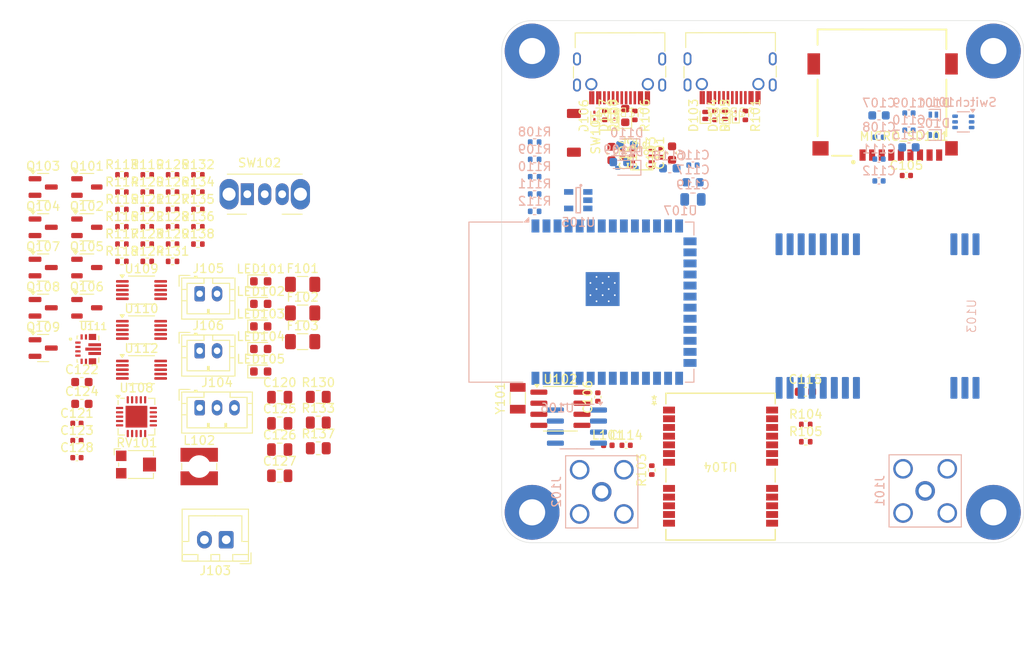
<source format=kicad_pcb>
(kicad_pcb (version 20240108) (generator "pcbnew") (generator_version "8.0")
  (layers (0 "F.Cu" signal) (31 "B.Cu" signal) (34 "B.Paste" user) (35 "F.Paste" user) (36 "B.SilkS" user "B.Silkscreen") (37 "F.SilkS" user "F.Silkscreen") (38 "B.Mask" user) (39 "F.Mask" user) (44 "Edge.Cuts" user))
  (net 0 "")
  (net 1 "GND")
  (net 2 "VDD")
  (net 3 "+BATT")
  (net 4 "Net-(Switch101-J3)")
  (net 5 "Net-(D101-A2)")
  (net 6 "Net-(D102-A2)")
  (net 7 "Net-(Switch101-J2)")
  (net 8 "Net-(Switch101-J1)")
  (net 9 "/GPSActive/USB_D+")
  (net 10 "/GPSActive/USB_D-")
  (net 11 "VBUS")
  (net 12 "/ESP32/USB_D+")
  (net 13 "/ESP32/USB_D-")
  (net 14 "Net-(D109-A)")
  (net 15 "RESET")
  (net 16 "Net-(D110-A)")
  (net 17 "Net-(D111-A)")
  (net 18 "Net-(LED101-A)")
  (net 21 "Net-(USB101-CC1)")
  (net 22 "Net-(USB101-CC2)")
  (net 23 "/Lipo/VDD_BUS")
  (net 24 "Net-(U104-RXD_{slash}_SPI_MOSI)")
  (net 25 "Net-(U104-TXD_{slash}_SPI_MISO)")
  (net 26 "Net-(USB102-CC1)")
  (net 27 "Net-(USB102-CC2)")
  (net 28 "Net-(U107-MTDI{slash}GPIO41{slash}CLK_OUT1)")
  (net 29 "/ESP32/I2C_SCL")
  (net 30 "Net-(U107-MTMS{slash}GPIO42)")
  (net 31 "/ESP32/I2C_SDA")
  (net 32 "Net-(U105-MR)")
  (net 33 "Net-(U102-OSCI)")
  (net 34 "Net-(U102-OSCO)")
  (net 39 "VCCRF")
  (net 43 "/GPSActive/+BATT")
  (net 44 "GPSANT1")
  (net 49 "/ESP32/WDI")
  (net 51 "/ESP32/CAN_RX")
  (net 52 "/ESP32/CAN_TX")
  (net 53 "/ESP32/CANL")
  (net 54 "/ESP32/CANH")
  (net 55 "/ESP32/GPIO5{slash}ADC1_CH4")
  (net 59 "/ESP32/GPIO39")
  (net 61 "/ESP32/GPIO7{slash}ADC1_CH6")
  (net 62 "/ESP32/GPIO21")
  (net 63 "/ESP32/GPIO14")
  (net 64 "/ESP32/GPIO48")
  (net 65 "/ESP32/GPIO8{slash}ADC1_CH7")
  (net 66 "/ESP32/GPIO18")
  (net 67 "/ESP32/GPIO40")
  (net 68 "/ESP32/GPIO47")
  (net 69 "/ESP32/GPIO10{slash}ADC1_CH9")
  (net 70 "/ESP32/GPIO4{slash}ADC1_CH3")
  (net 71 "/ESP32/GPIO13")
  (net 72 "/ESP32/GPIO3{slash}ADC1_CH2")
  (net 73 "/ESP32/GPIO9{slash}ADC1_CH8")
  (net 75 "/ESP32/GPIO6{slash}ADC1_CH5")
  (net 76 "/ESP32/GPIO11")
  (net 77 "/ESP32/GPIO2{slash}ADC1_CH1")
  (net 78 "/ESP32/GPIO1{slash}ADC1_CH0")
  (net 79 "/ESP32/GPIO38")
  (net 80 "/ESP32/GPIO12")
  (net 86 "Net-(Q102-G)")
  (net 87 "Net-(U108-V_{BAT_SENSE})")
  (net 88 "Net-(U109-Vin-)")
  (net 89 "Net-(U111-VAUX)")
  (net 90 "/ESP32/VUSB")
  (net 91 "Net-(LED103-A)")
  (net 92 "Net-(J104-Pin_1)")
  (net 93 "Net-(U110-Vbus)")
  (net 94 "Net-(J105-Pin_1)")
  (net 95 "Net-(J106-Pin_1)")
  (net 96 "Net-(U111-L1)")
  (net 97 "Net-(U111-L2)")
  (net 98 "Net-(LED101-K)")
  (net 99 "Net-(LED102-A)")
  (net 100 "Net-(LED103-K)")
  (net 101 "Net-(LED104-K)")
  (net 102 "Net-(LED105-K)")
  (net 103 "Net-(Q101-G)")
  (net 104 "Net-(Q103-D)")
  (net 105 "VPP")
  (net 106 "Net-(Q105-B)")
  (net 107 "Net-(Q105-C)")
  (net 108 "Net-(Q108-B)")
  (net 109 "Net-(Q108-C)")
  (net 110 "Net-(R115-Pad1)")
  (net 111 "Net-(U108-PROG3)")
  (net 112 "Net-(U108-CE)")
  (net 113 "Net-(U111-PG)")
  (net 114 "Net-(U111-FB)")
  (net 115 "/Lipo/PROG")
  (net 121 "Net-(C109-Pad1)")
  (net 122 "Net-(D108-A)")
  (net 123 "Net-(D111-K)")
  (net 124 "Net-(J103-Pin_1)")
  (net 125 "Net-(J105-Pin_2)")
  (footprint "Resistor_SMD:R_0402_1005Metric" (layer "F.Cu") (at 79.28 95.68)
    (property "Reference" "R123" (at 0 -1.17 0) (layer "F.SilkS"))
    (property "Value" "10k")
    (pad "1" smd roundrect (at -0.51 0) (size 0.54 0.64) (layers "F.Cu" "F.Paste" "F.Mask") (net 17 "Net-(D111-A)"))
    (pad "2" smd roundrect (at 0.51 0) (size 0.54 0.64) (layers "F.Cu" "F.Paste" "F.Mask") (net 86 "Net-(Q102-G)"))
  )
  (footprint "Resistor_SMD:R_0402_1005Metric" (layer "F.Cu") (at 148 80.9 -90)
    (property "Reference" "R101" (at 0 -1.17 90) (layer "F.SilkS"))
    (property "Value" "22k")
    (pad "1" smd roundrect (at -0.51 0 270) (size 0.54 0.64) (layers "F.Cu" "F.Paste" "F.Mask") (net 21 "Net-(USB101-CC1)"))
    (pad "2" smd roundrect (at 0.51 0 270) (size 0.54 0.64) (layers "F.Cu" "F.Paste" "F.Mask") (net 1 "GND"))
  )
  (footprint "Resistor_SMD:R_0402_1005Metric" (layer "F.Cu") (at 144.5 80.9 -90)
    (property "Reference" "R102" (at 0 -1.17 90) (layer "F.SilkS"))
    (property "Value" "22k")
    (pad "1" smd roundrect (at -0.51 0 270) (size 0.54 0.64) (layers "F.Cu" "F.Paste" "F.Mask") (net 22 "Net-(USB101-CC2)"))
    (pad "2" smd roundrect (at 0.51 0 270) (size 0.54 0.64) (layers "F.Cu" "F.Paste" "F.Mask") (net 1 "GND"))
  )
  (footprint "LED_SMD:LED_0603_1608Metric" (layer "F.Cu") (at 134.2 80.9 90)
    (property "Reference" "D108" (at 0 -1.43 90) (layer "F.SilkS"))
    (property "Value" "RESET")
    (pad "1" smd roundrect (at -0.7875 0 90) (size 0.875 0.95) (layers "F.Cu" "F.Paste" "F.Mask") (net 15 "RESET"))
    (pad "2" smd roundrect (at 0.7875 0 90) (size 0.875 0.95) (layers "F.Cu" "F.Paste" "F.Mask") (net 122 "Net-(D108-A)"))
  )
  (footprint "Resistor_SMD:R_0402_1005Metric" (layer "F.Cu") (at 154.94 116.4)
    (property "Reference" "R104" (at 0 -1.17 0) (layer "F.SilkS"))
    (property "Value" "33")
    (pad "1" smd roundrect (at -0.51 0) (size 0.54 0.64) (layers "F.Cu" "F.Paste" "F.Mask") (net 64 "/ESP32/GPIO48"))
    (pad "2" smd roundrect (at 0.51 0) (size 0.54 0.64) (layers "F.Cu" "F.Paste" "F.Mask") (net 24 "Net-(U104-RXD_{slash}_SPI_MOSI)"))
  )
  (footprint "Package_SO:VSSOP-10_3x3mm_P0.5mm" (layer "F.Cu") (at 78.62 110.115)
    (property "Reference" "U112" (at 0 -2.45 0) (layer "F.SilkS"))
    (property "Value" "INA226")
    (pad "1" smd roundrect (at -2.2 -1) (size 1.45 0.3) (layers "F.Cu" "F.Paste" "F.Mask") (net 29 "/ESP32/I2C_SCL"))
    (pad "2" smd roundrect (at -2.2 -0.5) (size 1.45 0.3) (layers "F.Cu" "F.Paste" "F.Mask") (net 31 "/ESP32/I2C_SDA"))
    (pad "3" smd roundrect (at -2.2 0) (size 1.45 0.3) (layers "F.Cu" "F.Paste" "F.Mask") (net 125 "Net-(J105-Pin_2)"))
    (pad "4" smd roundrect (at -2.2 0.5) (size 1.45 0.3) (layers "F.Cu" "F.Paste" "F.Mask") (net 31 "/ESP32/I2C_SDA"))
    (pad "5" smd roundrect (at -2.2 1) (size 1.45 0.3) (layers "F.Cu" "F.Paste" "F.Mask") (net 29 "/ESP32/I2C_SCL"))
    (pad "6" smd roundrect (at 2.2 1) (size 1.45 0.3) (layers "F.Cu" "F.Paste" "F.Mask") (net 23 "/Lipo/VDD_BUS"))
    (pad "7" smd roundrect (at 2.2 0.5) (size 1.45 0.3) (layers "F.Cu" "F.Paste" "F.Mask") (net 1 "GND"))
    (pad "8" smd roundrect (at 2.2 0) (size 1.45 0.3) (layers "F.Cu" "F.Paste" "F.Mask") (net 23 "/Lipo/VDD_BUS"))
    (pad "9" smd roundrect (at 2.2 -0.5) (size 1.45 0.3) (layers "F.Cu" "F.Paste" "F.Mask") (net 2 "VDD"))
    (pad "10" smd roundrect (at 2.2 -1) (size 1.45 0.3) (layers "F.Cu" "F.Paste" "F.Mask") (net 23 "/Lipo/VDD_BUS"))
  )
  (footprint "Capacitor_SMD:C_0402_1005Metric" (layer "F.Cu") (at 138.325 85.225 90)
    (property "Reference" "C103" (at 0 -1.16 270) (layer "F.SilkS"))
    (property "Value" "100nF")
    (pad "1" smd roundrect (at -0.48 0 90) (size 0.56 0.62) (layers "F.Cu" "F.Paste" "F.Mask") (net 2 "VDD"))
    (pad "2" smd roundrect (at 0.48 0 90) (size 0.56 0.62) (layers "F.Cu" "F.Paste" "F.Mask") (net 1 "GND"))
  )
  (footprint "LED_SMD:LED_0603_1608Metric" (layer "F.Cu") (at 92.32 110.32)
    (property "Reference" "LED105" (at 0 -1.43 0) (layer "F.SilkS"))
    (property "Value" "VDD")
    (pad "1" smd roundrect (at -0.7875 0) (size 0.875 0.95) (layers "F.Cu" "F.Paste" "F.Mask") (net 102 "Net-(LED105-K)"))
    (pad "2" smd roundrect (at 0.7875 0) (size 0.875 0.95) (layers "F.Cu" "F.Paste" "F.Mask") (net 2 "VDD"))
  )
  (footprint "Resistor_SMD:R_0402_1005Metric" (layer "F.Cu") (at 79.28 87.72)
    (property "Reference" "R119" (at 0 -1.17 0) (layer "F.SilkS"))
    (property "Value" "1k")
    (pad "1" smd roundrect (at -0.51 0) (size 0.54 0.64) (layers "F.Cu" "F.Paste" "F.Mask") (net 123 "Net-(D111-K)"))
    (pad "2" smd roundrect (at 0.51 0) (size 0.54 0.64) (layers "F.Cu" "F.Paste" "F.Mask") (net 100 "Net-(LED103-K)"))
  )
  (footprint "Capacitor_SMD:C_0402_1005Metric" (layer "F.Cu") (at 134.3 118.8)
    (property "Reference" "C114" (at 0 -1.16 0) (layer "F.SilkS"))
    (property "Value" "100nF")
    (pad "1" smd roundrect (at -0.48 0) (size 0.56 0.62) (layers "F.Cu" "F.Paste" "F.Mask") (net 2 "VDD"))
    (pad "2" smd roundrect (at 0.48 0) (size 0.56 0.62) (layers "F.Cu" "F.Paste" "F.Mask") (net 1 "GND"))
  )
  (footprint "Resistor_SMD:R_0805_2012Metric" (layer "F.Cu") (at 98.93 116.19)
    (property "Reference" "R133" (at 0 -1.65 0) (layer "F.SilkS"))
    (property "Value" "50mΩ")
    (pad "1" smd roundrect (at -0.9125 0) (size 1.025 1.4) (layers "F.Cu" "F.Paste" "F.Mask") (roundrect_rratio 0.243902) (net 87 "Net-(U108-V_{BAT_SENSE})"))
    (pad "2" smd roundrect (at 0.9125 0) (size 1.025 1.4) (layers "F.Cu" "F.Paste" "F.Mask") (roundrect_rratio 0.243902) (net 93 "Net-(U110-Vbus)"))
  )
  (footprint "Resistor_SMD:R_0402_1005Metric" (layer "F.Cu") (at 85.1 93.69)
    (property "Reference" "R136" (at 0 -1.17 0) (layer "F.SilkS"))
    (property "Value" "470k")
    (pad "1" smd roundrect (at -0.51 0) (size 0.54 0.64) (layers "F.Cu" "F.Paste" "F.Mask") (net 114 "Net-(U111-FB)"))
    (pad "2" smd roundrect (at 0.51 0) (size 0.54 0.64) (layers "F.Cu" "F.Paste" "F.Mask") (net 23 "/Lipo/VDD_BUS"))
  )
  (footprint "Package_DFN_QFN:QFN-20-1EP_4x4mm_P0.5mm_EP2.5x2.5mm" (layer "F.Cu") (at 78.04 115.51)
    (property "Reference" "U108" (at 0 -3.3 0) (layer "F.SilkS"))
    (property "Value" "MCP73871-1CC")
    (pad "1" smd roundrect (at -1.9375 -1) (size 0.825 0.25) (layers "F.Cu" "F.Paste" "F.Mask") (net 86 "Net-(Q102-G)"))
    (pad "2" smd roundrect (at -1.9375 -0.5) (size 0.825 0.25) (layers "F.Cu" "F.Paste" "F.Mask") (net 18 "Net-(LED101-A)"))
    (pad "3" smd roundrect (at -1.9375 0) (size 0.825 0.25) (layers "F.Cu" "F.Paste" "F.Mask") (net 18 "Net-(LED101-A)"))
    (pad "4" smd roundrect (at -1.9375 0.5) (size 0.825 0.25) (layers "F.Cu" "F.Paste" "F.Mask"))
    (pad "5" smd roundrect (at -1.9375 1) (size 0.825 0.25) (layers "F.Cu" "F.Paste" "F.Mask") (net 61 "/ESP32/GPIO7{slash}ADC1_CH6"))
    (pad "6" smd roundrect (at -1 1.9375) (size 0.25 0.825) (layers "F.Cu" "F.Paste" "F.Mask") (net 69 "/ESP32/GPIO10{slash}ADC1_CH9"))
    (pad "7" smd roundrect (at -0.5 1.9375) (size 0.25 0.825) (layers "F.Cu" "F.Paste" "F.Mask") (net 54 "/ESP32/CANH"))
    (pad "8" smd roundrect (at 0 1.9375) (size 0.25 0.825) (layers "F.Cu" "F.Paste" "F.Mask") (net 53 "/ESP32/CANL"))
    (pad "9" smd roundrect (at 0.5 1.9375) (size 0.25 0.825) (layers "F.Cu" "F.Paste" "F.Mask") (net 1 "GND"))
    (pad "10" smd roundrect (at 1 1.9375) (size 0.25 0.825) (layers "F.Cu" "F.Paste" "F.Mask") (net 1 "GND"))
    (pad "11" smd roundrect (at 1.9375 1) (size 0.825 0.25) (layers "F.Cu" "F.Paste" "F.Mask") (net 1 "GND"))
    (pad "12" smd roundrect (at 1.9375 0.5) (size 0.825 0.25) (layers "F.Cu" "F.Paste" "F.Mask") (net 111 "Net-(U108-PROG3)"))
    (pad "13" smd roundrect (at 1.9375 0) (size 0.825 0.25) (layers "F.Cu" "F.Paste" "F.Mask") (net 115 "/Lipo/PROG"))
    (pad "14" smd roundrect (at 1.9375 -0.5) (size 0.825 0.25) (layers "F.Cu" "F.Paste" "F.Mask") (net 87 "Net-(U108-V_{BAT_SENSE})"))
    (pad "15" smd roundrect (at 1.9375 -1) (size 0.825 0.25) (layers "F.Cu" "F.Paste" "F.Mask") (net 87 "Net-(U108-V_{BAT_SENSE})"))
    (pad "16" smd roundrect (at 1 -1.9375) (size 0.25 0.825) (layers "F.Cu" "F.Paste" "F.Mask") (net 87 "Net-(U108-V_{BAT_SENSE})"))
    (pad "17" smd roundrect (at 0.5 -1.9375) (size 0.25 0.825) (layers "F.Cu" "F.Paste" "F.Mask") (net 112 "Net-(U108-CE)"))
    (pad "18" smd roundrect (at 0 -1.9375) (size 0.25 0.825) (layers "F.Cu" "F.Paste" "F.Mask") (net 18 "Net-(LED101-A)"))
    (pad "19" smd roundrect (at -0.5 -1.9375) (size 0.25 0.825) (layers "F.Cu" "F.Paste" "F.Mask") (net 18 "Net-(LED101-A)"))
    (pad "20" smd roundrect (at -1 -1.9375) (size 0.25 0.825) (layers "F.Cu" "F.Paste" "F.Mask") (net 86 "Net-(Q102-G)"))
    (pad "21" smd rect (at 0 0) (size 2.5 2.5) (property pad_prop_heatsink) (layers "F.Cu" "F.Mask") (net 1 "GND"))
  )
  (footprint "Inductor_SMD:L_Wuerth_WE-TPC-3816" (layer "F.Cu") (at 85.25 121.24)
    (property "Reference" "L102" (at 0 -3 0) (layer "F.SilkS"))
    (property "Value" "L")
    (pad "1" smd custom (at 0 -1.75) (size 0.7 0.7) (layers "F.Cu" "F.Paste" "F.Mask") (net 96 "Net-(U111-L1)") (options (clearance outline) (anchor circle)) (primitives (gr_poly (pts (xy 2.15 1.2) (xy 1.177922 1.2) (xy 1.064578 1.003895) (xy 0.918917 0.830439) (xy 0.745359 0.684899) (xy 0.549174 0.571693) (xy 0.336318 0.494257) (xy 0.113252 0.454942) (xy -0.113252 0.454942) (xy -0.336318 0.494257) (xy -0.549174 0.571693) (xy -0.745359 0.684899) (xy -0.918917 0.830439) (xy -1.064578 1.003895) (xy -1.177922 1.2) (xy -2.15 1.2) (xy -2.15 -0.4) (xy 2.15 -0.4)) (width 0) (fill yes))))
    (pad "2" smd custom (at 0 1.75) (size 0.7 0.7) (layers "F.Cu" "F.Paste" "F.Mask") (net 97 "Net-(U111-L2)") (options (clearance outline) (anchor circle)) (primitives (gr_poly (pts (xy -1.064578 -1.003895) (xy -0.918917 -0.830439) (xy -0.745359 -0.684899) (xy -0.549174 -0.571693) (xy -0.336318 -0.494257) (xy -0.113252 -0.454942) (xy 0.113252 -0.454942) (xy 0.336318 -0.494257) (xy 0.549174 -0.571693) (xy 0.745359 -0.684899) (xy 0.918917 -0.830439) (xy 1.064578 -1.003895) (xy 1.177922 -1.2) (xy 2.15 -1.2) (xy 2.15 0.4) (xy -2.15 0.4) (xy -2.15 -1.2) (xy -1.177922 -1.2)) (width 0) (fill yes))))
  )
  (footprint "Resistor_SMD:R_0402_1005Metric" (layer "F.Cu") (at 82.19 93.69)
    (property "Reference" "R128" (at 0 -1.17 0) (layer "F.SilkS"))
    (property "Value" "100k")
    (pad "1" smd roundrect (at -0.51 0) (size 0.54 0.64) (layers "F.Cu" "F.Paste" "F.Mask") (net 105 "VPP"))
    (pad "2" smd roundrect (at 0.51 0) (size 0.54 0.64) (layers "F.Cu" "F.Paste" "F.Mask") (net 109 "Net-(Q108-C)"))
  )
  (footprint "Fuse:Fuse_1206_3216Metric" (layer "F.Cu") (at 97.13 103.6)
    (property "Reference" "F102" (at 0 -1.82 0) (layer "F.SilkS"))
    (property "Value" "Polyfuse")
    (pad "1" smd roundrect (at -1.4 0) (size 1.25 1.75) (layers "F.Cu" "F.Paste" "F.Mask") (roundrect_rratio 0.2) (net 124 "Net-(J103-Pin_1)"))
    (pad "2" smd roundrect (at 1.4 0) (size 1.25 1.75) (layers "F.Cu" "F.Paste" "F.Mask") (roundrect_rratio 0.2) (net 91 "Net-(LED103-A)"))
  )
  (footprint "Potentiometer_SMD:Potentiometer_Bourns_TC33X_Vertical" (layer "F.Cu") (at 78.09 121.01)
    (property "Reference" "RV101" (at 0 -2.5 0) (layer "F.SilkS"))
    (property "Value" "10k")
    (pad "1" smd rect (at -1.8 -1) (size 1.2 1.2) (layers "F.Cu" "F.Paste" "F.Mask"))
    (pad "2" smd rect (at 1.45 0) (size 1.5 1.6) (layers "F.Cu" "F.Paste" "F.Mask") (net 115 "/Lipo/PROG"))
    (pad "3" smd rect (at -1.8 1) (size 1.2 1.2) (layers "F.Cu" "F.Paste" "F.Mask") (net 110 "Net-(R115-Pad1)"))
  )
  (footprint "Package_TO_SOT_SMD:SOT-23" (layer "F.Cu") (at 67.32 93.75)
    (property "Reference" "Q104" (at 0 -2.4 0) (layer "F.SilkS"))
    (property "Value" "Q_PMOS_GSD")
    (pad "1" smd roundrect (at -0.9375 -0.95) (size 1.475 0.6) (layers "F.Cu" "F.Paste" "F.Mask") (net 123 "Net-(D111-K)"))
    (pad "2" smd roundrect (at -0.9375 0.95) (size 1.475 0.6) (layers "F.Cu" "F.Paste" "F.Mask") (net 105 "VPP"))
    (pad "3" smd roundrect (at 0.9375 0) (size 1.475 0.6) (layers "F.Cu" "F.Paste" "F.Mask") (net 104 "Net-(Q103-D)"))
  )
  (footprint "Resistor_SMD:R_0805_2012Metric" (layer "F.Cu") (at 98.93 119.14)
    (property "Reference" "R137" (at 0 -1.65 0) (layer "F.SilkS"))
    (property "Value" "50mΩ")
    (pad "1" smd roundrect (at -0.9125 0) (size 1.025 1.4) (layers "F.Cu" "F.Paste" "F.Mask") (roundrect_rratio 0.243902) (net 23 "/Lipo/VDD_BUS"))
    (pad "2" smd roundrect (at 0.9125 0) (size 1.025 1.4) (layers "F.Cu" "F.Paste" "F.Mask") (roundrect_rratio 0.243902) (net 2 "VDD"))
  )
  (footprint "Diode_SMD:D_SOD-882D" (layer "F.Cu") (at 143.4 80.9 90)
    (property "Reference" "D103" (at 0 -1.35 270) (layer "F.SilkS"))
    (property "Value" "5V")
    (pad "1" smd roundrect (at -0.4 0 90) (size 0.5 0.7) (layers "F.Cu" "F.Mask") (net 1 "GND"))
    (pad "2" smd roundrect (at 0.4 0 90) (size 0.5 0.7) (layers "F.Cu" "F.Mask") (net 9 "/GPSActive/USB_D+"))
  )
  (footprint "WOBClibrary:TVAF06-A020B-R" (layer "F.Cu") (at 128.3 82.9)
    (property "Reference" "SW101" (at 2.5 0 90) (layer "F.SilkS"))
    (property "Value" "RESET")
    (pad "" np_thru_hole circle (at -0.9 0) (size 0.75 0.75) (drill 0.75) (layers "*.Cu" "*.Mask"))
    (pad "" np_thru_hole circle (at 0.9 0) (size 0.75 0.75) (drill 0.75) (layers "*.Cu" "*.Mask"))
    (pad "1" smd roundrect (at 0 2.225) (size 1.6 1.05) (layers "F.Cu" "F.Paste" "F.Mask") (roundrect_rratio 0.125) (net 32 "Net-(U105-MR)"))
    (pad "2" smd roundrect (at 0 -2.225) (size 1.6 1.05) (layers "F.Cu" "F.Paste" "F.Mask") (roundrect_rratio 0.125) (net 1 "GND"))
  )
  (footprint "LED_SMD:LED_0603_1608Metric" (layer "F.Cu") (at 92.32 107.73)
    (property "Reference" "LED104" (at 0 -1.43 0) (layer "F.SilkS"))
    (property "Value" "Heater")
    (pad "1" smd roundrect (at -0.7875 0) (size 0.875 0.95) (layers "F.Cu" "F.Paste" "F.Mask") (net 101 "Net-(LED104-K)"))
    (pad "2" smd roundrect (at 0.7875 0) (size 0.875 0.95) (layers "F.Cu" "F.Paste" "F.Mask") (net 92 "Net-(J104-Pin_1)"))
  )
  (footprint "Capacitor_SMD:C_0603_1608Metric" (layer "F.Cu") (at 139.575 85.225 90)
    (property "Reference" "C101" (at 0 -1.43 270) (layer "F.SilkS"))
    (property "Value" "10μF")
    (pad "1" smd roundrect (at -0.775 0 90) (size 0.9 0.95) (layers "F.Cu" "F.Paste" "F.Mask") (net 2 "VDD"))
    (pad "2" smd roundrect (at 0.775 0 90) (size 0.9 0.95) (layers "F.Cu" "F.Paste" "F.Mask") (net 1 "GND"))
  )
  (footprint "WOBClibrary:VREG_TPS63070RNMR" (layer "F.Cu") (at 72.465 107.75)
    (property "Reference" "U111" (at 0.64 -2.608 0) (layer "F.SilkS") (effects (font (size 0.8 0.8))))
    (property "Value" "TPS63070RNMR")
    (pad "1" smd roundrect (at -1.15 -0.75) (size 0.6 0.25) (layers "F.Cu" "F.Paste") (roundrect_rratio 0.01) (net 125 "Net-(J105-Pin_2)"))
    (pad "2" smd roundrect (at -1.15 -0.25) (size 0.6 0.25) (layers "F.Cu" "F.Paste") (roundrect_rratio 0.01) (net 113 "Net-(U111-PG)"))
    (pad "3" smd roundrect (at -1.15 0.25) (size 0.6 0.25) (layers "F.Cu" "F.Paste") (roundrect_rratio 0.01) (net 89 "Net-(U111-VAUX)"))
    (pad "4" smd roundrect (at -1.15 0.75) (size 0.6 0.25) (layers "F.Cu" "F.Paste") (roundrect_rratio 0.01) (net 1 "GND"))
    (pad "5" smd roundrect (at -0.725 1.4) (size 0.25 0.6) (layers "F.Cu" "F.Paste") (roundrect_rratio 0.01) (net 114 "Net-(U111-FB)"))
    (pad "6" smd roundrect (at -0.225 1.4) (size 0.25 0.6) (layers "F.Cu" "F.Paste") (roundrect_rratio 0.01))
    (pad "7_8" smd roundrect (at 0.525 1.4) (size 0.85 0.7) (layers "F.Cu") (roundrect_rratio 0.02) (net 23 "/Lipo/VDD_BUS"))
    (pad "9" smd roundrect (at 0.775 0.5) (size 1.45 0.35) (layers "F.Cu") (roundrect_rratio 0.01) (net 97 "Net-(U111-L2)"))
    (pad "10" smd roundrect (at 0.6 0) (size 1.8 0.35) (layers "F.Cu") (roundrect_rratio 0.01) (net 1 "GND"))
    (pad "11" smd roundrect (at 0.775 -0.5) (size 1.45 0.35) (layers "F.Cu") (roundrect_rratio 0.01) (net 96 "Net-(U111-L1)"))
    (pad "12_13" smd roundrect (at 0.525 -1.4) (size 0.85 0.7) (layers "F.Cu") (roundrect_rratio 0.02) (net 88 "Net-(U109-Vin-)"))
    (pad "14" smd roundrect (at -0.225 -1.4) (size 0.25 0.6) (layers "F.Cu" "F.Paste") (roundrect_rratio 0.01) (net 125 "Net-(J105-Pin_2)"))
    (pad "15" smd roundrect (at -0.725 -1.4) (size 0.25 0.6) (layers "F.Cu" "F.Paste") (roundrect_rratio 0.01) (net 1 "GND"))
  )
  (footprint "Resistor_SMD:R_0402_1005Metric" (layer "F.Cu") (at 85.1 91.7)
    (property "Reference" "R135" (at 0 -1.17 0) (layer "F.SilkS"))
    (property "Value" "150k")
    (pad "1" smd roundrect (at -0.51 0) (size 0.54 0.64) (layers "F.Cu" "F.Paste" "F.Mask") (net 1 "GND"))
    (pad "2" smd roundrect (at 0.51 0) (size 0.54 0.64) (layers "F.Cu" "F.Paste" "F.Mask") (net 114 "Net-(U111-FB)"))
  )
  (footprint "Button_Switch_THT:SW_Slide_SPDT_Angled_CK_OS102011MA1Q" (layer "F.Cu") (at 90.78 89.95)
    (property "Reference" "SW102" (at 1.4 -3.6 0) (layer "F.SilkS"))
    (property "Value" "Power Switch")
    (pad "" thru_hole oval (at -2.1 0) (size 2.2 3.5) (drill 1.5) (layers "*.Cu" "*.Mask"))
    (pad "" thru_hole oval (at 6.1 0) (size 2.2 3.5) (drill 1.5) (layers "*.Cu" "*.Mask"))
    (pad "1" thru_hole rect (at 0 0) (size 1.5 2.5) (drill 0.9) (layers "*.Cu" "*.Mask"))
    (pad "2" thru_hole oval (at 2 0) (size 1.5 2.5) (drill 0.9) (layers "*.Cu" "*.Mask") (net 94 "Net-(J105-Pin_1)"))
    (pad "3" thru_hole oval (at 4 0) (size 1.5 2.5) (drill 0.9) (layers "*.Cu" "*.Mask") (net 125 "Net-(J105-Pin_2)"))
  )
  (footprint "Capacitor_SMD:C_0603_1608Metric" (layer "F.Cu") (at 71.77 114.04)
    (property "Reference" "C124" (at 0 -1.43 0) (layer "F.SilkS"))
    (property "Value" "10uF")
    (pad "1" smd roundrect (at -0.775 0) (size 0.9 0.95) (layers "F.Cu" "F.Paste" "F.Mask") (net 23 "/Lipo/VDD_BUS"))
    (pad "2" smd roundrect (at 0.775 0) (size 0.9 0.95) (layers "F.Cu" "F.Paste" "F.Mask") (net 1 "GND"))
  )
  (footprint "Diode_SMD:D_SOD-923" (layer "F.Cu") (at 132.95 80.9 90)
    (property "Reference" "D107" (at 0 -1.2 90) (layer "F.SilkS"))
    (property "Value" "5V")
    (pad "1" smd roundrect (at -0.42 0 270) (size 0.36 0.25) (layers "F.Cu" "F.Paste" "F.Mask") (net 1 "GND"))
    (pad "2" smd roundrect (at 0.42 0 270) (size 0.36 0.25) (layers "F.Cu" "F.Paste" "F.Mask") (net 13 "/ESP32/USB_D-"))
  )
  (footprint "WOBClibrary:BME280" (layer "F.Cu") (at 136.1 85.9)
    (property "Reference" "U101" (at 0 -1.651 0) (layer "F.SilkS") (effects (font (size 0.5 0.6) (thickness 0.125))))
    (property "Value" "~")
    (pad "1" smd rect (at 1.125 -0.975) (size 0.7 0.35) (layers "F.Cu" "F.Paste" "F.Mask") (net 1 "GND"))
    (pad "2" smd rect (at 1.125 -0.325) (size 0.7 0.35) (layers "F.Cu" "F.Paste" "F.Mask") (net 2 "VDD"))
    (pad "3" smd rect (at 1.125 0.325) (size 0.7 0.35) (layers "F.Cu" "F.Paste" "F.Mask") (net 31 "/ESP32/I2C_SDA"))
    (pad "4" smd rect (at 1.125 0.975) (size 0.7 0.35) (layers "F.Cu" "F.Paste" "F.Mask") (net 29 "/ESP32/I2C_SCL"))
    (pad "5" smd rect (at -1.125 0.975) (size 0.7 0.35) (layers "F.Cu" "F.Paste" "F.Mask") (net 1 "GND"))
    (pad "6" smd rect (at -1.125 0.325) (size 0.7 0.35) (layers "F.Cu" "F.Paste" "F.Mask") (net 2 "VDD"))
    (pad "7" smd rect (at -1.125 -0.325) (size 0.7 0.35) (layers "F.Cu" "F.Paste" "F.Mask") (net 1 "GND"))
    (pad "8" smd rect (at -1.125 -0.975) (size 0.7 0.35) (layers "F.Cu" "F.Paste" "F.Mask") (net 2 "VDD"))
  )
  (footprint "Resistor_SMD:R_0402_1005Metric" (layer "F.Cu") (at 76.37 93.69)
    (property "Reference" "R116" (at 0 -1.17 0) (layer "F.SilkS"))
    (property "Value" "470k")
    (pad "1" smd roundrect (at -0.51 0) (size 0.54 0.64) (layers "F.Cu" "F.Paste" "F.Mask") (net 91 "Net-(LED103-A)"))
    (pad "2" smd roundrect (at 0.51 0) (size 0.54 0.64) (layers "F.Cu" "F.Paste" "F.Mask") (net 75 "/ESP32/GPIO6{slash}ADC1_CH5"))
  )
  (footprint "WOBClibrary:USB_C_TYPEC-301S-ACP16X7" (layer "F.Cu") (at 133.55 75.2 180)
    (property "Reference" "USB102" (at 0 -5.3 180) (layer "F.SilkS") (effects (font (thickness 0.1))))
    (property "Value" "USB_C_Receptacle_USB2.0")
    (pad "" np_thru_hole circle (at -3.25 -2.11 180) (size 1.4 1.4) (drill 1) (layers "F&B.Cu" "*.Mask"))
    (pad "" np_thru_hole circle (at 3.25 -2.11 180) (size 1.4 1.4) (drill 1) (layers "F&B.Cu" "*.Mask"))
    (pad "A1" smd rect (at -3.35 -3.67 180) (size 0.3 1.5) (layers "F.Cu" "F.Paste" "F.Mask") (net 1 "GND"))
    (pad "A4" smd rect (at -2.55 -3.67 180) (size 0.3 1.5) (layers "F.Cu" "F.Paste" "F.Mask") (net 90 "/ESP32/VUSB"))
    (pad "A5" smd rect (at -1.25 -3.67 180) (size 0.3 1.5) (layers "F.Cu" "F.Paste" "F.Mask") (net 26 "Net-(USB102-CC1)"))
    (pad "A6" smd rect (at -0.25 -3.67 180) (size 0.3 1.5) (layers "F.Cu" "F.Paste" "F.Mask") (net 12 "/ESP32/USB_D+"))
    (pad "A7" smd rect (at 0.25 -3.67 180) (size 0.3 1.5) (layers "F.Cu" "F.Paste" "F.Mask") (net 13 "/ESP32/USB_D-"))
    (pad "A8" smd rect (at 1.25 -3.67 180) (size 0.3 1.5) (layers "F.Cu" "F.Paste" "F.Mask"))
    (pad "A9" smd rect (at 2.55 -3.67 180) (size 0.3 1.5) (layers "F.Cu" "F.Paste" "F.Mask") (net 90 "/ESP32/VUSB"))
    (pad "A12" smd rect (at 3.35 -3.67 180) (size 0.3 1.5) (layers "F.Cu" "F.Paste" "F.Mask") (net 1 "GND"))
    (pad "B1" smd rect (at 3.05 -3.67 180) (size 0.3 1.5) (layers "F.Cu" "F.Paste" "F.Mask") (net 1 "GND"))
    (pad "B4" smd rect (at 2.25 -3.67 180) (size 0.3 1.5) (layers "F.Cu" "F.Paste" "F.Mask") (net 90 "/ESP32/VUSB"))
    (pad "B5" smd rect (at 1.75 -3.67 180) (size 0.3 1.5) (layers "F.Cu" "F.Paste" "F.Mask") (net 27 "Net-(USB102-CC2)"))
    (pad "B6" smd rect (at 0.75 -3.67 180) (size 0.3 1.5) (layers "F.Cu" "F.Paste" "F.Mask") (net 12 "/ESP32/USB_D+"))
    (pad "B7" smd rect (at -0.75 -3.67 180) (size 0.3 1.5) (layers "F.Cu" "F.Paste" "F.Mask") (net 13 "/ESP32/USB_D-"))
    (pad "B8" smd rect (at -1.75 -3.67 180) (size 0.3 1.5) (layers "F.Cu" "F.Paste" "F.Mask"))
    (pad "B9" smd rect (at -2.25 -3.67 180) (size 0.3 1.5) (layers "F.Cu" "F.Paste" "F.Mask") (net 90 "/ESP32/VUSB"))
    (pad "B12" smd rect (at -3.05 -3.67 180) (size 0.3 1.5) (layers "F.Cu" "F.Paste" "F.Mask") (net 1 "GND"))
    (pad "S1" thru_hole oval (at -4.895 -2.21 180) (size 0.9 1.5) (drill oval 0.5 1.1) (layers "*.Cu" "*.Mask" "Dwgs.User") (net 1 "GND"))
    (pad "S1" thru_hole oval (at -4.895 0.79 180) (size 0.9 1.5) (drill oval 0.5 1.1) (layers "*.Cu" "*.Mask") (net 1 "GND"))
    (pad "S1" thru_hole oval (at 4.895 -2.21 180) (size 0.9 1.5) (drill oval 0.5 1.1) (layers "*.Cu" "*.Mask") (net 1 "GND"))
    (pad "S1" thru_hole oval (at 4.895 0.79 180) (size 0.9 1.5) (drill oval 0.5 1.1) (layers "*.Cu" "*.Mask") (net 1 "GND"))
  )
  (footprint "Resistor_SMD:R_0402_1005Metric" (layer "F.Cu") (at 76.37 95.68)
    (property "Reference" "R117" (at 0 -1.17 0) (layer "F.SilkS"))
    (property "Value" "100k")
    (pad "1" smd roundrect (at -0.51 0) (size 0.54 0.64) (layers "F.Cu" "F.Paste" "F.Mask") (net 75 "/ESP32/GPIO6{slash}ADC1_CH5"))
    (pad "2" smd roundrect (at 0.51 0) (size 0.54 0.64) (layers "F.Cu" "F.Paste" "F.Mask") (net 1 "GND"))
  )
  (footprint "LED_SMD:LED_0603_1608Metric" (layer "F.Cu") (at 92.32 102.55)
    (property "Reference" "LED102" (at 0 -1.43 0) (layer "F.SilkS"))
    (property "Value" "CHARGE")
    (pad "1" smd roundrect (at -0.7875 0) (size 0.875 0.95) (layers "F.Cu" "F.Paste" "F.Mask") (net 1 "GND"))
    (pad "2" smd roundrect (at 0.7875 0) (size 0.875 0.95) (layers "F.Cu" "F.Paste" "F.Mask") (net 99 "Net-(LED102-A)"))
  )
  (footprint "Capacitor_SMD:C_0402_1005Metric" (layer "F.Cu") (at 71.2 118.25)
    (property "Reference" "C123" (at 0 -1.16 0) (layer "F.SilkS"))
    (property "Value" "100nF")
    (pad "1" smd roundrect (at -0.48 0) (size 0.56 0.62) (layers "F.Cu" "F.Paste" "F.Mask") (net 89 "Net-(U111-VAUX)"))
    (pad "2" smd roundrect (at 0.48 0) (size 0.56 0.62) (layers "F.Cu" "F.Paste" "F.Mask") (net 1 "GND"))
  )
  (footprint "Package_TO_SOT_SMD:SOT-23-3" (layer "F.Cu") (at 72.34 103)
    (property "Reference" "Q106" (at 0 -2.4 0) (layer "F.SilkS"))
    (property "Value" "Q_PNP_BEC")
    (pad "1" smd roundrect (at -1.1375 -0.95) (size 1.325 0.6) (layers "F.Cu" "F.Paste" "F.Mask") (net 106 "Net-(Q105-B)"))
    (pad "2" smd roundrect (at -1.1375 0.95) (size 1.325 0.6) (layers "F.Cu" "F.Paste" "F.Mask") (net 86 "Net-(Q102-G)"))
    (pad "3" smd roundrect (at 1.1375 0) (size 1.325 0.6) (layers "F.Cu" "F.Paste" "F.Mask") (net 106 "Net-(Q105-B)"))
  )
  (footprint "Resistor_SMD:R_0402_1005Metric" (layer "F.Cu") (at 137.25 121.65 90)
    (property "Reference" "R103" (at 0 -1.17 270) (layer "F.SilkS"))
    (property "Value" "10")
    (pad "1" smd roundrect (at -0.51 0 90) (size 0.54 0.64) (layers "F.Cu" "F.Paste" "F.Mask") (net 39 "VCCRF"))
    (pad "2" smd roundrect (at 0.51 0 90) (size 0.54 0.64) (layers "F.Cu" "F.Paste" "F.Mask") (net 121 "Net-(C109-Pad1)"))
  )
  (footprint "Package_TO_SOT_SMD:SOT-23" (layer "F.Cu") (at 67.32 89.125)
    (property "Reference" "Q103" (at 0 -2.4 0) (layer "F.SilkS"))
    (property "Value" "Q_PMOS_GSD")
    (pad "1" smd roundrect (at -0.9375 -0.95) (size 1.475 0.6) (layers "F.Cu" "F.Paste" "F.Mask") (net 123 "Net-(D111-K)"))
    (pad "2" smd roundrect (at -0.9375 0.95) (size 1.475 0.6) (layers "F.Cu" "F.Paste" "F.Mask") (net 91 "Net-(LED103-A)"))
    (pad "3" smd roundrect (at 0.9375 0) (size 1.475 0.6) (layers "F.Cu" "F.Paste" "F.Mask") (net 104 "Net-(Q103-D)"))
  )
  (footprint "Capacitor_SMD:C_0805_2012Metric" (layer "F.Cu") (at 94.5 113.27)
    (property "Reference" "C120" (at 0 -1.68 0) (layer "F.SilkS"))
    (property "Value" "22uF")
    (pad "1" smd roundrect (at -0.95 0) (size 1 1.45) (layers "F.Cu" "F.Paste" "F.Mask") (net 88 "Net-(U109-Vin-)"))
    (pad "2" smd roundrect (at 0.95 0) (size 1 1.45) (layers "F.Cu" "F.Paste" "F.Mask") (net 1 "GND"))
  )
  (footprint "Package_TO_SOT_SMD:SOT-23-3" (layer "F.Cu") (at 72.34 98.375)
    (property "Reference" "Q105" (at 0 -2.4 0) (layer "F.SilkS"))
    (property "Value" "Q_PNP_BEC")
    (pad "1" smd roundrect (at -1.1375 -0.95) (size 1.325 0.6) (layers "F.Cu" "F.Paste" "F.Mask") (net 106 "Net-(Q105-B)"))
    (pad "2" smd roundrect (at -1.1375 0.95) (size 1.325 0.6) (layers "F.Cu" "F.Paste" "F.Mask") (net 105 "VPP"))
    (pad "3" smd roundrect (at 1.1375 0) (size 1.325 0.6) (layers "F.Cu" "F.Paste" "F.Mask") (net 107 "Net-(Q105-C)"))
  )
  (footprint "Diode_SMD:D_SOD-882D" (layer "F.Cu") (at 145.65 80.9 90)
    (property "Reference" "D104" (at 0 -1.35 270) (layer "F.SilkS"))
    (property "Value" "5V")
    (pad "1" smd roundrect (at -0.4 0 90) (size 0.5 0.7) (layers "F.Cu" "F.Mask") (net 1 "GND"))
    (pad "2" smd roundrect (at 0.4 0 90) (size 0.5 0.7) (layers "F.Cu" "F.Mask") (net 10 "/GPSActive/USB_D-"))
  )
  (footprint "Resistor_SMD:R_0805_2012Metric" (layer "F.Cu") (at 98.93 113.24)
    (property "Reference" "R130" (at 0 -1.65 0) (layer "F.SilkS"))
    (property "Value" "50mΩ")
    (pad "1" smd roundrect (at -0.9125 0) (size 1.025 1.4) (layers "F.Cu" "F.Paste" "F.Mask") (roundrect_rratio 0.243902) (net 105 "VPP"))
    (pad "2" smd roundrect (at 0.9125 0) (size 1.025 1.4) (layers "F.Cu" "F.Paste" "F.Mask") (roundrect_rratio 0.243902) (net 88 "Net-(U109-Vin-)"))
  )
  (footprint "Resistor_SMD:R_0402_1005Metric" (layer "F.Cu") (at 85.1 87.72)
    (property "Reference" "R132" (at 0 -1.17 0) (layer "F.SilkS"))
    (property "Value" "470k")
    (pad "1" smd roundrect (at -0.51 0) (size 0.54 0.64) (layers "F.Cu" "F.Paste" "F.Mask") (net 125 "Net-(J105-Pin_2)"))
    (pad "2" smd roundrect (at 0.51 0) (size 0.54 0.64) (layers "F.Cu" "F.Paste" "F.Mask") (net 1 "GND"))
  )
  (footprint "Capacitor_SMD:C_0402_1005Metric" (layer "F.Cu") (at 131.05 113.25 90)
    (property "Reference" "C106" (at 0 -1.16 270) (layer "F.SilkS"))
    (property "Value" "100nF")
    (pad "1" smd roundrect (at -0.48 0 90) (size 0.56 0.62) (layers "F.Cu" "F.Paste" "F.Mask") (net 1 "GND"))
    (pad "2" smd roundrect (at 0.48 0 90) (size 0.56 0.62) (layers "F.Cu" "F.Paste" "F.Mask") (net 3 "+BATT"))
  )
  (footprint "Capacitor_SMD:C_0402_1005Metric" (layer "F.Cu") (at 71.2 120.22)
    (property "Reference" "C128" (at 0 -1.16 0) (layer "F.SilkS"))
    (property "Value" "100nF")
    (pad "1" smd roundrect (at -0.48 0) (size 0.56 0.62) (layers "F.Cu" "F.Paste" "F.Mask") (net 23 "/Lipo/VDD_BUS"))
    (pad "2" smd roundrect (at 0.48 0) (size 0.56 0.62) (layers "F.Cu" "F.Paste" "F.Mask") (net 1 "GND"))
  )
  (footprint "Resistor_SMD:R_0402_1005Metric" (layer "F.Cu") (at 76.37 97.67)
    (property "Reference" "R118" (at 0 -1.17 0) (layer "F.SilkS"))
    (property "Value" "100k")
    (pad "1" smd roundrect (at -0.51 0) (size 0.54 0.64) (layers "F.Cu" "F.Paste" "F.Mask") (net 111 "Net-(U108-PROG3)"))
    (pad "2" smd roundrect (at 0.51 0) (size 0.54 0.64) (layers "F.Cu" "F.Paste" "F.Mask") (net 1 "GND"))
  )
  (footprint "Resistor_SMD:R_0402_1005Metric" (layer "F.Cu") (at 85.1 95.68)
    (property "Reference" "R138" (at 0 -1.17 0) (layer "F.SilkS"))
    (property "Value" "1k")
    (pad "1" smd roundrect (at -0.51 0) (size 0.54 0.64) (layers "F.Cu" "F.Paste" "F.Mask") (net 102 "Net-(LED105-K)"))
    (pad "2" smd roundrect (at 0.51 0) (size 0.54 0.64) (layers "F.Cu" "F.Paste" "F.Mask") (net 1 "GND"))
  )
  (footprint "Fuse:Fuse_1206_3216Metric" (layer "F.Cu") (at 97.13 106.89)
    (property "Reference" "F103" (at 0 -1.82 0) (layer "F.SilkS"))
    (property "Value" "Polyfuse")
    (pad "1" smd roundrect (at -1.4 0) (size 1.25 1.75) (layers "F.Cu" "F.Paste" "F.Mask") (roundrect_rratio 0.2) (net 93 "Net-(U110-Vbus)"))
    (pad "2" smd roundrect (at 1.4 0) (size 1.25 1.75) (layers "F.Cu" "F.Paste" "F.Mask") (roundrect_rratio 0.2) (net 95 "Net-(J106-Pin_1)"))
  )
  (footprint "Resistor_SMD:R_0402_1005Metric" (layer "F.Cu") (at 82.19 95.68)
    (property "Reference" "R129" (at 0 -1.17 0) (layer "F.SilkS"))
    (property "Value" "1k")
    (pad "1" smd roundrect (at -0.51 0) (size 0.54 0.64) (layers "F.Cu" "F.Paste" "F.Mask") (net 1 "GND"))
    (pad "2" smd roundrect (at 0.51 0) (size 0.54 0.64) (layers "F.Cu" "F.Paste" "F.Mask") (net 101 "Net-(LED104-K)"))
  )
  (footprint "Package_TO_SOT_SMD:SOT-23" (layer "F.Cu") (at 67.32 98.375)
    (property "Reference" "Q107" (at 0 -2.4 0) (layer "F.SilkS"))
    (property "Value" "Q_PMOS_GSD")
    (pad "1" smd roundrect (at -0.9375 -0.95) (size 1.475 0.6) (layers "F.Cu" "F.Paste" "F.Mask") (net 107 "Net-(Q105-C)"))
    (pad "2" smd roundrect (at -0.9375 0.95) (size 1.475 0.6) (layers "F.Cu" "F.Paste" "F.Mask") (net 105 "VPP"))
    (pad "3" smd roundrect (at 0.9375 0) (size 1.475 0.6) (layers "F.Cu" "F.Paste" "F.Mask") (net 86 "Net-(Q102-G)"))
  )
  (footprint "Package_TO_SOT_SMD:SOT-23" (layer "F.Cu") (at 67.32 103)
    (property "Reference" "Q108" (at 0 -2.4 0) (layer "F.SilkS"))
    (property "Value" "Q_NPN_BEC")
    (pad "1" smd roundrect (at -0.9375 -0.95) (size 1.475 0.6) (layers "F.Cu" "F.Paste" "F.Mask") (net 108 "Net-(Q108-B)"))
    (pad "2" smd roundrect (at -0.9375 0.95) (size 1.475 0.6) (layers "F.Cu" "F.Paste" "F.Mask") (net 1 "GND"))
    (pad "3" smd roundrect (at 0.9375 0) (size 1.475 0.6) (layers "F.Cu" "F.Paste" "F.Mask") (net 109 "Net-(Q108-C)"))
  )
  (footprint "Resistor_SMD:R_0402_1005Metric" (layer "F.Cu") (at 76.37 87.72)
    (property "Reference" "R113" (at 0 -1.17 0) (layer "F.SilkS"))
    (property "Value" "1k")
    (pad "1" smd roundrect (at -0.51 0) (size 0.54 0.64) (layers "F.Cu" "F.Paste" "F.Mask") (net 98 "Net-(LED101-K)"))
    (pad "2" smd roundrect (at 0.51 0) (size 0.54 0.64) (layers "F.Cu" "F.Paste" "F.Mask") (net 1 "GND"))
  )
  (footprint "Connector_JST:JST_PH_B2B-PH-K_1x02_P2.00mm_Vertical" (layer "F.Cu") (at 85.3 101.39)
    (property "Reference" "J105" (at 1 -2.9 0) (layer "F.SilkS"))
    (property "Value" "Ext Switch")
    (pad "1" thru_hole roundrect (at 0 0) (size 1.2 1.75) (drill 0.75) (layers "*.Cu" "*.Mask") (roundrect_rratio 0.208333) (net 94 "Net-(J105-Pin_1)"))
    (pad "2" thru_hole oval (at 2 0) (size 1.2 1.75) (drill 0.75) (layers "*.Cu" "*.Mask") (net 125 "Net-(J105-Pin_2)"))
  )
  (footprint "Capacitor_SMD:C_0805_2012Metric" (layer "F.Cu") (at 94.5 122.3)
    (property "Reference" "C127" (at 0 -1.68 0) (layer "F.SilkS"))
    (property "Value" "22uF")
    (pad "1" smd roundrect (at -0.95 0) (size 1 1.45) (layers "F.Cu" "F.Paste" "F.Mask") (net 23 "/Lipo/VDD_BUS"))
    (pad "2" smd roundrect (at 0.95 0) (size 1 1.45) (layers "F.Cu" "F.Paste" "F.Mask") (net 1 "GND"))
  )
  (footprint "Resistor_SMD:R_0402_1005Metric" (layer "F.Cu") (at 79.28 89.71)
    (property "Reference" "R120" (at 0 -1.17 0) (layer "F.SilkS"))
    (property "Value" "100k")
    (pad "1" smd roundrect (at -0.51 0) (size 0.54 0.64) (layers "F.Cu" "F.Paste" "F.Mask") (net 18 "Net-(LED101-A)"))
    (pad "2" smd roundrect (at 0.51 0) (size 0.54 0.64) (layers "F.Cu" "F.Paste" "F.Mask") (net 112 "Net-(U108-CE)"))
  )
  (footprint "Resistor_SMD:R_0402_1005Metric" (layer "F.Cu") (at 79.28 91.7)
    (property "Reference" "R121" (at 0 -1.17 0) (layer "F.SilkS"))
    (property "Value" "100k")
    (pad "1" smd roundrect (at -0.51 0) (size 0.54 0.64) (layers "F.Cu" "F.Paste" "F.Mask") (net 91 "Net-(LED103-A)"))
    (pad "2" smd roundrect (at 0.51 0) (size 0.54 0.64) (layers "F.Cu" "F.Paste" "F.Mask") (net 103 "Net-(Q101-G)"))
  )
  (footprint "Fuse:Fuse_1206_3216Metric" (layer "F.Cu") (at 97.13 100.31)
    (property "Reference" "F101" (at 0 -1.82 0) (layer "F.SilkS"))
    (property "Value" "Polyfuse")
    (pad "1" smd roundrect (at -1.4 0) (size 1.25 1.75) (layers "F.Cu" "F.Paste" "F.Mask") (roundrect_rratio 0.2) (net 11 "VBUS"))
    (pad "2" smd roundrect (at 1.4 0) (size 1.25 1.75) (layers "F.Cu" "F.Paste" "F.Mask") (roundrect_rratio 0.2) (net 18 "Net-(LED101-A)"))
  )
  (footprint "Resistor_SMD:R_0402_1005Metric" (layer "F.Cu") (at 79.28 97.67)
    (property "Reference" "R124" (at 0 -1.17 0) (layer "F.SilkS"))
    (property "Value" "100k")
    (pad "1" smd roundrect (at -0.51 0) (size 0.54 0.64) (layers "F.Cu" "F.Paste" "F.Mask") (net 86 "Net-(Q102-G)"))
    (pad "2" smd roundrect (at 0.51 0) (size 0.54 0.64) (layers "F.Cu" "F.Paste" "F.Mask") (net 1 "GND"))
  )
  (footprint "Resistor_SMD:R_0402_1005Metric" (layer "F.Cu") (at 76.37 89.71)
    (property "Reference" "R114" (at 0 -1.17 0) (layer "F.SilkS"))
    (property "Value" "1k")
    (pad "1" smd roundrect (at -0.51 0) (size 0.54 0.64) (layers "F.Cu" "F.Paste" "F.Mask") (net 99 "Net-(LED102-A)"))
    (pad "2" smd roundrect (at 0.51 0) (size 0.54 0.64) (layers "F.Cu" "F.Paste" "F.Mask") (net 65 "/ESP32/GPIO8{slash}ADC1_CH7"))
  )
  (footprint "Crystal:Crystal_SMD_3215-2Pin_3.2x1.5mm" (layer "F.Cu") (at 121.85 113.4 90)
    (property "Reference" "Y101" (at 0 -2 270) (layer "F.SilkS"))
    (property "Value" "Crystal")
    (pad "1" smd rect (at 1.25 0 90) (size 1 1.8) (layers "F.Cu" "F.Paste" "F.Mask") (net 33 "Net-(U102-OSCI)"))
    (pad "2" smd rect (at -1.25 0 90) (size 1 1.8) (layers "F.Cu" "F.Paste" "F.Mask") (net 34 "Net-(U102-OSCO)"))
  )
  (footprint "Capacitor_SMD:C_0402_1005Metric" (layer "F.Cu") (at 133.875 85.275 -90)
    (property "Reference" "C102" (at 0 -1.16 90) (layer "F.SilkS"))
    (property "Value" "100nF")
    (pad "1" smd roundrect (at -0.48 0 270) (size 0.56 0.62) (layers "F.Cu" "F.Paste" "F.Mask") (net 2 "VDD"))
    (pad "2" smd roundrect (at 0.48 0 270) (size 0.56 0.62) (layers "F.Cu" "F.Paste" "F.Mask") (net 1 "GND"))
  )
  (footprint "Capacitor_SMD:C_0402_1005Metric" (layer "F.Cu") (at 71.2 116.28)
    (property "Reference" "C121" (at 0 -1.16 0) (layer "F.SilkS"))
    (property "Value" "100nF")
    (pad "1" smd roundrect (at -0.48 0) (size 0.56 0.62) (layers "F.Cu" "F.Paste" "F.Mask") (net 86 "Net-(Q102-G)"))
    (pad "2" smd roundrect (at 0.48 0) (size 0.56 0.62) (layers "F.Cu" "F.Paste" "F.Mask") (net 1 "GND"))
  )
  (footprint "Resistor_SMD:R_0402_1005Metric" (layer "F.Cu") (at 82.19 89.71)
    (property "Reference" "R126" (at 0 -1.17 0) (layer "F.SilkS"))
    (property "Value" "100k")
    (pad "1" smd roundrect (at -0.51 0) (size 0.54 0.64) (layers "F.Cu" "F.Paste" "F.Mask") (net 106 "Net-(Q105-B)"))
    (pad "2" smd roundrect (at 0.51 0) (size 0.54 0.64) (layers "F.Cu" "F.Paste" "F.Mask") (net 1 "GND"))
  )
  (footprint "Package_TO_SOT_SMD:SOT-23" (layer "F.Cu") (at 67.32 107.625)
    (property "Reference" "Q109" (at 0 -2.4 0) (layer "F.SilkS"))
    (property "Value" "Q_PMOS_GSD")
    (pad "1" smd roundrect (at -0.9375 -0.95) (size 1.475 0.6) (layers "F.Cu" "F.Paste" "F.Mask") (net 109 "Net-(Q108-C)"))
    (pad "2" smd roundrect (at -0.9375 0.95) (size 1.475 0.6) (layers "F.Cu" "F.Paste" "F.Mask") (net 105 "VPP"))
    (pad "3" smd roundrect (at 0.9375 0) (size 1.475 0.6) (layers "F.Cu" "F.Paste" "F.Mask") (net 92 "Net-(J104-Pin_1)"))
  )
  (footprint "Package_SO:VSSOP-10_3x3mm_P0.5mm" (layer "F.Cu") (at 78.62 105.54)
    (property "Reference" "U110" (at 0 -2.45 0) (layer "F.SilkS"))
    (property "Value" "INA226")
    (pad "1" smd roundrect (at -2.2 -1) (size 1.45 0.3) (layers "F.Cu" "F.Paste" "F.Mask") (net 29 "/ESP32/I2C_SCL"))
    (pad "2" smd roundrect (at -2.2 -0.5) (size 1.45 0.3) (layers "F.Cu" "F.Paste" "F.Mask") (net 29 "/ESP32/I2C_SCL"))
    (pad "3" smd roundrect (at -2.2 0) (size 1.45 0.3) (layers "F.Cu" "F.Paste" "F.Mask") (net 112 "Net-(U108-CE)"))
    (pad "4" smd roundrect (at -2.2 0.5) (size 1.45 0.3) (layers "F.Cu" "F.Paste" "F.Mask") (net 31 "/ESP32/I2C_SDA"))
    (pad "5" smd roundrect (at -2.2 1) (size 1.45 0.3) (layers "F.Cu" "F.Paste" "F.Mask") (net 29 "/ESP32/I2C_SCL"))
    (pad "6" smd roundrect (at 2.2 1) (size 1.45 0.3) (layers "F.Cu" "F.Paste" "F.Mask") (net 86 "Net-(Q102-G)"))
    (pad "7" smd roundrect (at 2.2 0.5) (size 1.45 0.3) (layers "F.Cu" "F.Paste" "F.Mask") (net 1 "GND"))
    (pad "8" smd roundrect (at 2.2 0) (size 1.45 0.3) (layers "F.Cu" "F.Paste" "F.Mask") (net 93 "Net-(U110-Vbus)"))
    (pad "9" smd roundrect (at 2.2 -0.5) (size 1.45 0.3) (layers "F.Cu" "F.Paste" "F.Mask") (net 87 "Net-(U108-V_{BAT_SENSE})"))
    (pad "10" smd roundrect (at 2.2 -1) (size 1.45 0.3) (layers "F.Cu" "F.Paste" "F.Mask") (net 93 "Net-(U110-Vbus)"))
  )
  (footprint "Resistor_SMD:R_0402_1005Metric" (layer "F.Cu") (at 85.1 89.71)
    (property "Reference" "R134" (at 0 -1.17 0) (layer "F.SilkS"))
    (property "Value" "100k")
    (pad "1" smd roundrect (at -0.51 0) (size 0.54 0.64) (layers "F.Cu" "F.Paste" "F.Mask") (net 23 "/Lipo/VDD_BUS"))
    (pad "2" smd roundrect (at 0.51 0) (size 0.54 0.64) (layers "F.Cu" "F.Paste" "F.Mask") (net 113 "Net-(U111-PG)"))
  )
  (footprint "WOBClibrary:USB_C_TYPEC-301S-ACP16X7" (layer "F.Cu") (at 146.25 75.185 180)
    (property "Reference" "USB101" (at 0 -5.3 180) (layer "F.SilkS") (effects (font (thickness 0.1))))
    (property "Value" "USB_C_Receptacle_USB2.0")
    (pad "" np_thru_hole circle (at -3.25 -2.11 180) (size 1.4 1.4) (drill 1) (layers "F&B.Cu" "*.Mask"))
    (pad "" np_thru_hole circle (at 3.25 -2.11 180) (size 1.4 1.4) (drill 1) (layers "F&B.Cu" "*.Mask"))
    (pad "A1" smd rect (at -3.35 -3.67 180) (size 0.3 1.5) (layers "F.Cu" "F.Paste" "F.Mask") (net 1 "GND"))
    (pad "A4" smd rect (at -2.55 -3.67 180) (size 0.3 1.5) (layers "F.Cu" "F.Paste" "F.Mask") (net 6 "Net-(D102-A2)"))
    (pad "A5" smd rect (at -1.25 -3.67 180) (size 0.3 1.5) (layers "F.Cu" "F.Paste" "F.Mask") (net 21 "Net-(USB101-CC1)"))
    (pad "A6" smd rect (at -0.25 -3.67 180) (size 0.3 1.5) (layers "F.Cu" "F.Paste" "F.Mask") (net 9 "/GPSActive/USB_D+"))
    (pad "A7" smd rect (at 0.25 -3.67 180) (size 0.3 1.5) (layers "F.Cu" "F.Paste" "F.Mask") (net 10 "/GPSActive/USB_D-"))
    (pad "A8" smd rect (at 1.25 -3.67 180) (size 0.3 1.5) (layers "F.Cu" "F.Paste" "F.Mask"))
    (pad "A9" smd rect (at 2.55 -3.67 180) (size 0.3 1.5) (layers "F.Cu" "F.Paste" "F.Mask") (net 6 "Net-(D102-A2)"))
    (pad "A12" smd rect (at 3.35 -3.67 180) (size 0.3 1.5) (layers "F.Cu" "F.Paste" "F.Mask") (net 1 "GND"))
    (pad "B1" smd rect (at 3.05 -3.67 180) (size 0.3 1.5) (layers "F.Cu" "F.Paste" "F.Mask") (net 1 "GND"))
    (pad "B4" smd rect (at 2.25 -3.67 180) (size 0.3 1.5) (layers "F.Cu" "F.Paste" "F.Mask") (net 6 "Net-(D102-A2)"))
    (pad "B5" smd rect (at 1.75 -3.67 180) (size 0.3 1.5) (layers "F.Cu" "F.Paste" "F.Mask") (net 22 "Net-(USB101-CC2)"))
    (pad "B6" smd rect (at 0.75 -3.67 180) (size 0.3 1.5) (layers "F.Cu" "F.Paste" "F.Mask") (net 9 "/GPSActive/USB_D+"))
    (pad "B7" smd rect (at -0.75 -3.67 180) (size 0.3 1.5) (layers "F.Cu" "F.Paste" "F.Mask") (net 10 "/GPSActive/USB_D-"))
    (pad "B8" smd rect (at -1.75 -3.67 180) (size 0.3 1.5) (layers "F.Cu" "F.Paste" "F.Mask"))
    (pad "B9" smd rect (at -2.25 -3.67 180) (size 0.3 1.5) (layers "F.Cu" "F.Paste" "F.Mask") (net 6 "Net-(D102-A2)"))
    (pad "B12" smd rect (at -3.05 -3.67 180) (size 0.3 1.5) (layers "F.Cu" "F.Paste" "F.Mask") (net 1 "GND"))
    (pad "S1" thru_hole oval (at -4.895 -2.21 180) (size 0.9 1.5) (drill oval 0.5 1.1) (layers "*.Cu" "*.Mask" "Dwgs.User") (net 1 "GND"))
    (pad "S1" thru_hole oval (at -4.895 0.79 180) (size 0.9 1.5) (drill oval 0.5 1.1) (layers "*.Cu" "*.Mask") (net 1 "GND"))
    (pad "S1" thru_hole oval (at 4.895 -2.21 180) (size 0.9 1.5) (drill oval 0.5 1.1) (layers "*.Cu" "*.Mask") (net 1 "GND"))
    (pad "S1" thru_hole oval (at 4.895 0.79 180) (size 0.9 1.5) (drill oval 0.5 1.1) (layers "*.Cu" "*.Mask") (net 1 "GND"))
  )
  (footprint "Package_SO:VSSOP-10_3x3mm_P0.5mm" (layer "F.Cu") (at 78.62 100.965)
    (property "Reference" "U109" (at 0 -2.45 0) (layer "F.SilkS"))
    (property "Value" "INA226")
    (pad "1" smd roundrect (at -2.2 -1) (size 1.45 0.3) (layers "F.Cu" "F.Paste" "F.Mask") (net 29 "/ESP32/I2C_SCL"))
    (pad "2" smd roundrect (at -2.2 -0.5) (size 1.45 0.3) (layers "F.Cu" "F.Paste" "F.Mask") (net 23 "/Lipo/VDD_BUS"))
    (pad "3" smd roundrect (at -2.2 0) (size 1.45 0.3) (layers "F.Cu" "F.Paste" "F.Mask") (net 125 "Net-(J105-Pin_2)"))
    (pad "4" smd roundrect (at -2.2 0.5) (size 1.45 0.3) (layers "F.Cu" "F.Paste" "F.Mask") (net 31 "/ESP32/I2C_SDA"))
    (pad "5" smd roundrect (at -2.2 1) (size 1.45 0.3) (layers "F.Cu" "F.Paste" "F.Mask") (net 29 "/ESP32/I2C_SCL"))
    (pad "6" smd roundrect (at 2.2 1) (size 1.45 0.3) (layers "F.Cu" "F.Paste" "F.Mask") (net 23 "/Lipo/VDD_BUS"))
    (pad "7" smd roundrect (at 2.2 0.5) (size 1.45 0.3) (layers "F.Cu" "F.Paste" "F.Mask") (net 1 "GND"))
    (pad "8" smd roundrect (at 2.2 0) (size 1.45 0.3) (layers "F.Cu" "F.Paste" "F.Mask"))
    (pad "9" smd roundrect (at 2.2 -0.5) (size 1.45 0.3) (layers "F.Cu" "F.Paste" "F.Mask") (net 88 "Net-(U109-Vin-)"))
    (pad "10" smd roundrect (at 2.2 -1) (size 1.45 0.3) (layers "F.Cu" "F.Paste" "F.Mask") (net 105 "VPP"))
  )
  (footprint "LED_SMD:LED_0603_1608Metric" (layer "F.Cu") (at 92.32 105.14)
    (property "Reference" "LED103" (at 0 -1.43 0) (layer "F.SilkS"))
    (property "Value" "Backup Power")
    (pad "1" smd roundrect (at -0.7875 0) (size 0.875 0.95) (layers "F.Cu" "F.Paste" "F.Mask") (net 100 "Net-(LED103-K)"))
    (pad "2" smd roundrect (at 0.7875 0) (size 0.875 0.95) (layers "F.Cu" "F.Paste" "F.Mask") (net 91 "Net-(LED103-A)"))
  )
  (footprint "Inductor_SMD:L_0402_1005Metric" (layer "F.Cu") (at 132.2 118.8)
    (property "Reference" "L101" (at 0 -1.17 0) (layer "F.SilkS"))
    (property "Value" "27nH, 300mA")
    (pad "1" smd roundrect (at -0.485 0) (size 0.59 0.64) (layers "F.Cu" "F.Paste" "F.Mask") (net 44 "GPSANT1"))
    (pad "2" smd roundrect (at 0.485 0) (size 0.59 0.64) (layers "F.Cu" "F.Paste" "F.Mask") (net 121 "Net-(C109-Pad1)"))
  )
  (footprint "Capacitor_SMD:C_0603_1608Metric" (layer "F.Cu") (at 71.77 111.53)
    (property "Reference" "C122" (at 0 -1.43 0) (layer "F.SilkS"))
    (property "Value" "10uF")
    (pad "1" smd roundrect (at -0.775 0) (size 0.9 0.95) (layers "F.Cu" "F.Paste" "F.Mask") (net 88 "Net-(U109-Vin-)"))
    (pad "2" smd roundrect (at 0.775 0) (size 0.9 0.95) (layers "F.Cu" "F.Paste" "F.Mask") (net 1 "GND"))
  )
  (footprint "Connector_JST:JST_PH_B3B-PH-K_1x03_P2.00mm_Vertical" (layer "F.Cu") (at 85.3 114.49)
    (property "Reference" "J104" (at 2 -2.9 0) (layer "F.SilkS"))
    (property "Value" "Temp&Heater")
    (pad "1" thru_hole roundrect (at 0 0) (size 1.2 1.75) (drill 0.75) (layers "*.Cu" "*.Mask") (roundrect_rratio 0.208333) (net 92 "Net-(J104-Pin_1)"))
    (pad "2" thru_hole oval (at 2 0) (size 1.2 1.75) (drill 0.75) (layers "*.Cu" "*.Mask") (net 61 "/ESP32/GPIO7{slash}ADC1_CH6"))
    (pad "3" thru_hole oval (at 4 0) (size 1.2 1.75) (drill 0.75) (layers "*.Cu" "*.Mask") (net 1 "GND"))
  )
  (footprint "Capacitor_SMD:C_0402_1005Metric" (layer "F.Cu") (at 166.5 87.8)
    (property "Reference" "C105" (at 0 -1.16 0) (layer "F.SilkS"))
    (property "Value" "10uF")
    (pad "1" smd roundrect (at -0.48 0) (size 0.56 0.62) (layers "F.Cu" "F.Paste" "F.Mask") (net 2 "VDD"))
    (pad "2" smd roundrect (at 0.48 0) (size 0.56 0.62) (layers "F.Cu" "F.Paste" "F.Mask") (net 1 "GND"))
  )
  (footprint "Resistor_SMD:R_0402_1005Metric" (layer "F.Cu") (at 131.85 80.9 -90)
    (property "Reference" "R107" (at 0 -1.17 90) (layer "F.SilkS"))
    (property "Value" "22k")
    (pad "1" smd roundrect (at -0.51 0 270) (size 0.54 0.64) (layers "F.Cu" "F.Paste" "F.Mask") (net 27 "Net-(USB102-CC2)"))
    (pad "2" smd roundrect (at 0.51 0 270) (size 0.54 0.64) (layers "F.Cu" "F.Paste" "F.Mask") (net 1 "GND"))
  )
  (footprint "Connector_JST:JST_XH_B2B-XH-A_1x02_P2.50mm_Vertical" (layer "F.Cu") (at 88.35 129.65 180)
    (property "Reference" "J103" (at 1.25 -3.55 180) (layer "F.SilkS"))
    (property "Value" "Battery")
    (pad "1" thru_hole roundrect (at 0 0 180) (size 1.7 2) (drill 1) (layers "*.Cu" "*.Mask") (roundrect_rratio 0.147059) (net 124 "Net-(J103-Pin_1)"))
    (pad "2" thru_hole oval (at 2.5 0 180) (size 1.7 2) (drill 1) (layers "*.Cu" "*.Mask") (net 1 "GND"))
  )
  (footprint "Capacitor_SMD:C_0805_2012Metric" (layer "F.Cu") (at 94.5 116.28)
    (property "Reference" "C125" (at 0 -1.68 0) (layer "F.SilkS"))
    (property "Value" "22uF")
    (pad "1" smd roundrect (at -0.95 0) (size 1 1.45) (layers "F.Cu" "F.Paste" "F.Mask") (net 23 "/Lipo/VDD_BUS"))
    (pad "2" smd roundrect (at 0.95 0) (size 1 1.45) (layers "F.Cu" "F.Paste" "F.Mask") (net 1 "GND"))
  )
  (footprint "Resistor_SMD:R_0402_1005Metric" (layer "F.Cu") (at 135.3 80.9 -90)
    (property "Reference" "R106" (at 0 -1.17 90) (layer "F.SilkS"))
    (property "Value" "22k")
    (pad "1" smd roundrect (at -0.51 0 270) (size 0.54 0.64) (layers "F.Cu" "F.Paste" "F.Mask") (net 26 "Net-(USB102-CC1)"))
    (pad "2" smd roundrect (at 0.51 0 270) (size 0.54 0.64) (layers "F.Cu" "F.Paste" "F.Mask") (net 1 "GND"))
  )
  (footprint "LED_SMD:LED_0603_1608Metric" (layer "F.Cu") (at 92.32 99.96)
    (property "Reference" "LED101" (at 0 -1.43 0) (layer "F.SilkS"))
    (property "Value" "USB Power")
    (pad "1" smd roundrect (at -0.7875 0) (size 0.875 0.95) (layers "F.Cu" "F.Paste" "F.Mask") (net 98 "Net-(LED101-K)"))
    (pad "2" smd roundrect (at 0.7875 0) (size 0.875 0.95) (layers "F.Cu" "F.Paste" "F.Mask") (net 18 "Net-(LED101-A)"))
  )
  (footprint "Resistor_SMD:R_0402_1005Metric" (layer "F.Cu") (at 82.19 87.72)
    (property "Reference" "R125" (at 0 -1.17 0) (layer "F.SilkS"))
    (property "Value" "100k")
    (pad "1" smd roundrect (at -0.51 0) (size 0.54 0.64) (layers "F.Cu" "F.Paste" "F.Mask") (net 107 "Net-(Q105-C)"))
    (pad "2" smd roundrect (at 0.51 0) (size 0.54 0.64) (layers "F.Cu" "F.Paste" "F.Mask") (net 1 "GND"))
  )
  (footprint "Resistor_SMD:R_0402_1005Metric" (layer "F.Cu") (at 82.19 91.7)
    (property "Reference" "R127" (at 0 -1.17 0) (layer "F.SilkS"))
    (property "Value" "10k")
    (pad "1" smd roundrect (at -0.51 0) (size 0.54 0.64) (layers "F.Cu" "F.Paste" "F.Mask") (net 108 "Net-(Q108-B)"))
    (pad "2" smd roundrect (at 0.51 0) (size 0.54 0.64) (layers "F.Cu" "F.Paste" "F.Mask") (net 73 "/ESP32/GPIO9{slash}ADC1_CH8"))
  )
  (footprint "Diode_SMD:D_SOD-923" (layer "F.Cu") (at 130.65 80.95 90)
    (property "Reference" "D106" (at 0 -1.2 90) (layer "F.SilkS"))
    (property "Value" "5V")
    (pad "1" smd roundrect (at -0.42 0 270) (size 0.36 0.25) (layers "F.Cu" "F.Paste" "F.Mask") (net 1 "GND"))
    (pad "2" smd roundrect (at 0.42 0 270) (size 0.36 0.25) (layers "F.Cu" "F.Paste" "F.Mask") (net 12 "/ESP32/USB_D+"))
  )
  (footprint "Capacitor_SMD:C_0603_1608Metric" (layer "F.Cu") (at 154.9 112.65)
    (property "Reference" "C115" (at 0 -1.43 0) (layer "F.SilkS"))
    (property "Value" "10uF")
    (pad "1" smd roundrect (at -0.775 0) (size 0.9 0.95) (layers "F.Cu" "F.Paste" "F.Mask") (net 18 "Net-(LED101-A)"))
    (pad "2" smd roundrect (at 0.775 0) (size 0.9 0.95) (layers "F.Cu" "F.Paste" "F.Mask") (net 1 "GND"))
  )
  (footprint "WOBClibrary:SMT_9N-00B_UBL" (layer "F.Cu") (at 145.15 121.25 180)
    (property "Reference" "U104" (at 0 0 180) (layer "F.SilkS"))
    (property "Value" "NEO-M9N-00B")
    (fp_text user "*" (at 7.62 7.62 180) (layer "F.SilkS"))
    (fp_text user "*" (at 7.62 7.62 180) (layer "F.SilkS"))
    (pad "1" smd rect (at 5.9214 6.5 180) (size 1.3716 0.7874) (layers "F.Cu" "F.Paste" "F.Mask"))
    (pad "2" smd rect (at 5.9214 5.499999 180) (size 1.3716 0.7874) (layers "F.Cu" "F.Paste" "F.Mask"))
    (pad "3" smd rect (at 5.9214 4.499999 180) (size 1.3716 0.7874) (layers "F.Cu" "F.Paste" "F.Mask") (net 66 "/ESP32/GPIO18"))
    (pad "4" smd rect (at 5.9214 3.500001 180) (size 1.3716 0.7874) (layers "F.Cu" "F.Paste" "F.Mask"))
    (pad "5" smd rect (at 5.9214 2.5 180) (size 1.3716 0.7874) (layers "F.Cu" "F.Paste" "F.Mask") (net 10 "/GPSActive/USB_D-"))
    (pad "6" smd rect (at 5.9214 1.5 180) (size 1.3716 0.7874) (layers "F.Cu" "F.Paste" "F.Mask") (net 9 "/GPSActive/USB_D+"))
    (pad "7" smd rect (at 5.9214 0.499999 180) (size 1.3716 0.7874) (layers "F.Cu" "F.Paste" "F.Mask") (net 2 "VDD"))
    (pad "8" smd rect (at 5.9214 -2.5 180) (size 1.3716 0.7874) (layers "F.Cu" "F.Paste" "F.Mask") (net 62 "/ESP32/GPIO21"))
    (pad "9" smd rect (at 5.9214 -3.500001 180) (size 1.3716 0.7874) (layers "F.Cu" "F.Paste" "F.Mask") (net 39 "VCCRF"))
    (pad "10" smd rect (at 5.9214 -4.500001 180) (size 1.3716 0.7874) (layers "F.Cu" "F.Paste" "F.Mask") (net 1 "GND"))
    (pad "11" smd rect (at 5.9214 -5.499999 180) (size 1.3716 0.7874) (layers "F.Cu" "F.Paste" "F.Mask") (net 44 "GPSANT1"))
    (pad "12" smd rect (at 5.9214 -6.5 180) (size 1.3716 0.7874) (layers "F.Cu" "F.Paste" "F.Mask") (net 1 "GND"))
    (pad "13" smd rect (at -5.9214 -6.5 180) (size 1.3716 0.7874) (layers "F.Cu" "F.Paste" "F.Mask") (net 1 "GND"))
    (pad "14" smd rect (at -5.9214 -5.499999 180) (size 1.3716 0.7874) (layers "F.Cu" "F.Paste" "F.Mask"))
    (pad "15" smd rect (at -5.9214 -4.499999 180) (size 1.3716 0.7874) (layers "F.Cu" "F.Paste" "F.Mask"))
    (pad "16" smd rect (at -5.9214 -3.500001 180) (size 1.3716 0.7874) (layers "F.Cu" "F.Paste" "F.Mask"))
    (pad "17" smd rect (at -5.9214 -2.5 180) (size 1.3716 0.7874) (layers "F.Cu" "F.Paste" "F.Mask"))
    (pad "18" smd rect (at -5.9214 0.500002 180) (size 1.3716 0.7874) (layers "F.Cu" "F.Paste" "F.Mask"))
    (pad "19" smd rect (at -5.9214 1.5 180) (size 1.3716 0.7874) (layers "F.Cu" "F.Paste" "F.Mask"))
    (pad "20" smd rect (at -5.9214 2.5 180) (size 1.3716 0.7874) (layers "F.Cu" "F.Paste" "F.Mask") (net 25 "Net-(U104-TXD_{slash}_SPI_MISO)"))
    (pad "21" smd rect (at -5.9214 3.500001 180) (size 1.3716 0.7874) (layers "F.Cu" "F.Paste" "F.Mask") (net 24 "Net-(U104-RXD_{slash}_SPI_MOSI)"))
    (pad "22" smd rect (at -5.9214 4.500001 180) (size 1.3716 0.7874) (layers "F.Cu" "F.Paste" "F.Mask") (net 43 "/GPSActive/+BATT"))
    (pad "23" smd rect (at -5.9214 5.499999 180) (size 1.3716 0.7874) (layers "F.Cu" "F.Paste" "F.Mask") (net 2 "VDD"))
    (pad "24" smd rect (at -5.9214 6.5 180) (size 1.3716 0.7874) (layers "F.Cu" "F.Paste" "F.Mask") (net 1 "GND"))
  )
  (footprint "Resistor_SMD:R_0402_1005Metric" (layer "F.Cu") (at 76.37 91.7)
    (property "Reference" "R115" (at 0 -1.17 0) (layer "F.SilkS"))
    (property "Value" "1k")
    (pad "1" smd roundrect (at -0.51 0) (size 0.54 0.64) (layers "F.Cu" "F.Paste" "F.Mask") (net 110 "Net-(R115-Pad1)"))
    (pad "2" smd roundrect (at 0.51 0) (size 0.54 0.64) (layers "F.Cu" "F.Paste" "F.Mask") (net 1 "GND"))
  )
  (footprint "Resistor_SMD:R_0402_1005Metric" (layer "F.Cu") (at 82.19 97.67)
    (property "Reference" "R131" (at 0 -1.17 0) (layer "F.SilkS"))
    (property "Value" "10k")
    (pad "1" smd roundrect (at -0.51 0) (size 0.54 0.64) (layers "F.Cu" "F.Paste" "F.Mask") (net 94 "Net-(J105-Pin_1)"))
    (pad "2" smd roundrect (at 0.51 0) (size 0.54 0.64) (layers "F.Cu" "F.Paste" "F.Mask") (net 88 "Net-(U109-Vin-)"))
  )
  (footprint "Capacitor_SMD:C_0603_1608Metric" (layer "F.Cu") (at 132.625 85.275 -90)
    (property "Reference" "C104" (at 0 -1.43 90) (layer "F.SilkS"))
    (property "Value" "10μF")
    (pad "1" smd roundrect (at -0.775 0 270) (size 0.9 0.95) (layers "F.Cu" "F.Paste" "F.Mask") (net 2 "VDD"))
    (pad "2" smd roundrect (at 0.775 0 270) (size 0.9 0.95) (layers "F.Cu" "F.Paste" "F.Mask") (net 1 "GND"))
  )
  (footprint "Diode_SMD:D_SOD-923" (layer "F.Cu") (at 146.9 80.9 90)
    (property "Reference" "D105" (at 0 -1.2 90) (layer "F.SilkS"))
    (property "Value" "5V")
    (pad "1" smd roundrect (at -0.42 0 270) (size 0.36 0.25) (layers "F.Cu" "F.Paste" "F.Mask") (net 1 "GND"))
    (pad "2" smd roundrect (at 0.42 0 270) (size 0.36 0.25) (layers "F.Cu" "F.Paste" "F.Mask") (net 90 "/ESP32/VUSB"))
  )
  (footprint "Package_TO_SOT_SMD:SOT-23-3" (layer "F.Cu") (at 72.34 89.125)
    (property "Reference" "Q101" (at 0 -2.4 0) (layer "F.SilkS"))
    (property "Value" "Q_NMOS_GSD")
    (pad "1" smd roundrect (at -1.1375 -0.95) (size 1.325 0.6) (layers "F.Cu" "F.Paste" "F.Mask") (net 103 "Net-(Q101-G)"))
    (pad "2" smd roundrect (at -1.1375 0.95) (size 1.325 0.6) (layers "F.Cu" "F.Paste" "F.Mask") (net 1 "GND"))
    (pad "3" smd roundrect (at 1.1375 0) (size 1.325 0.6) (layers "F.Cu" "F.Paste" "F.Mask") (net 123 "Net-(D111-K)"))
  )
  (footprint "WOBClibrary:TF-01A" (layer "F.Cu") (at 163.6962 78.2806 180)
    (property "Reference" "MICRO_SD101" (at -2.54 -5.024 180) (layer "F.SilkS"))
    (property "Value" "TF-01A")
    (pad "" np_thru_hole circle (at -5.0038 3.5306 180) (size 0.999997 0.999997) (drill 0.999997) (layers "*.Cu" "*.Mask"))
    (pad "" np_thru_hole circle (at 2.9718 3.5306 180) (size 0.999997 0.999997) (drill 0.999997) (layers "*.Cu" "*.Mask"))
    (pad "1" smd rect (at 2.2298 -7.1738 270) (size 1.3 0.7) (layers "F.Cu" "F.Paste" "F.Mask"))
    (pad "2" smd rect (at 1.1298 -7.1738 270) (size 1.3 0.7) (layers "F.Cu" "F.Paste" "F.Mask") (net 77 "/ESP32/GPIO2{slash}ADC1_CH1"))
    (pad "3" smd rect (at 0.0298 -7.1738 270) (size 1.3 0.7) (layers "F.Cu" "F.Paste" "F.Mask") (net 70 "/ESP32/GPIO4{slash}ADC1_CH3"))
    (pad "4" smd rect (at -1.0702 -7.1738 270) (size 1.3 0.7) (layers "F.Cu" "F.Paste" "F.Mask") (net 2 "VDD"))
    (pad "5" smd rect (at -2.1702 -7.1738 270) (size 1.3 0.7) (layers "F.Cu" "F.Paste" "F.Mask") (net 78 "/ESP32/GPIO1{slash}ADC1_CH0"))
    (pad "6" smd rect (at -3.2702 -7.1738 270) (size 1.3 0.7) (layers "F.Cu" "F.Paste" "F.Mask") (net 1 "GND"))
    (pad "7" smd rect (at -4.3702 -7.1738 270) (size 1.3 0.7) (layers "F.Cu" "F.Paste" "F.Mask") (net 72 "/ESP32/GPIO3{slash}ADC1_CH2"))
    (pad "8" smd rect (at -5.4702 -7.1738 270) (size 1.3 0.7) (layers "F.Cu" "F.Paste" "F.Mask"))
    (pad "CD1" smd rect (at -6.5702 -7.1738 270) (size 1.3 0.7) (layers "F.Cu" "F.Paste" "F.Mask") (net 55 "/ESP32/GPIO5{slash}ADC1_CH4"))
    (pad "MP1" smd rect (at -7.9886 -6.4 270) (size 1.651 1.4478) (layers "F.Cu" "F.Paste" "F.Mask") (net 1 "GND"))
    (pad "MP2" smd rect (at -7.9886 3.3 270) (size 2.4384 1.4478) (layers "F.Cu" "F.Paste" "F.Mask") (net 1 "GND"))
    (pad "MP3" smd rect (at 7.8362 3.3 270) (size 2.4384 1.4478) (layers "F.Cu" "F.Paste" "F.Mask") (net 1 "GND"))
    (pad "MP4" smd rect (at 7.0612 -6.4 270) (size 1.651 1.8542) (layers "F.Cu" "F.Paste" "F.Mask") (net 1 "GND"))
  )
  (footprint "Connector_JST:JST_PH_B2B-PH-K_1x02_P2.00mm_Vertical" (layer "F.Cu") (at 85.3 107.94)
    (property "Reference" "J106" (at 1 -2.9 0) (layer "F.SilkS"))
    (property "Value" "LiPo")
    (pad "1" thru_hole roundrect (at 0 0) (size 1.2 1.75) (drill 0.75) (layers "*.Cu" "*.Mask") (roundrect_rratio 0.208333) (net 95 "Net-(J106-Pin_1)"))
    (pad "2" thru_hole oval (at 2 0) (size 1.2 1.75) (drill 0.75) (layers "*.Cu" "*.Mask") (net 1 "GND"))
  )
  (footprint "Resistor_SMD:R_0402_1005Metric" (layer "F.Cu") (at 79.28 93.69)
    (property "Reference" "R122" (at 0 -1.17 0) (layer "F.SilkS"))
    (property "Value" "100k")
    (pad "1" smd roundrect (at -0.51 0) (size 0.54 0.64) (layers "F.Cu" "F.Paste" "F.Mask") (net 91 "Net-(LED103-A)"))
    (pad "2" smd roundrect (at 0.51 0) (size 0.54 0.64) (layers "F.Cu" "F.Paste" "F.Mask") (net 123 "Net-(D111-K)"))
  )
  (footprint "Package_TO_SOT_SMD:SOT-23-3" (layer "F.Cu") (at 72.34 93.75)
    (property "Reference" "Q102" (at 0 -2.4 0) (layer "F.SilkS"))
    (property "Value" "Q_NMOS_GSD")
    (pad "1" smd roundrect (at -1.1375 -0.95) (size 1.325 0.6) (layers "F.Cu" "F.Paste" "F.Mask") (net 86 "Net-(Q102-G)"))
    (pad "2" smd roundrect (at -1.1375 0.95) (size 1.325 0.6) (layers "F.Cu" "F.Paste" "F.Mask") (net 1 "GND"))
    (pad "3" smd roundrect (at 1.1375 0) (size 1.325 0.6) (layers "F.Cu" "F.Paste" "F.Mask") (net 103 "Net-(Q101-G)"))
  )
  (footprint "Capacitor_SMD:C_0805_2012Metric" (layer "F.Cu") (at 94.5 119.29)
    (property "Reference" "C126" (at 0 -1.68 0) (layer "F.SilkS"))
    (property "Value" "22uF")
    (pad "1" smd roundrect (at -0.95 0) (size 1 1.45) (layers "F.Cu" "F.Paste" "F.Mask") (net 23 "/Lipo/VDD_BUS"))
    (pad "2" smd roundrect (at 0.95 0) (size 1 1.45) (layers "F.Cu" "F.Paste" "F.Mask") (net 1 "GND"))
  )
  (footprint "Resistor_SMD:R_0402_1005Metric" (layer "F.Cu") (at 154.94 118.39)
    (property "Reference" "R105" (at 0 -1.17 0) (layer "F.SilkS"))
    (property "Value" "33")
    (pad "1" smd roundrect (at -0.51 0) (size 0.54 0.64) (layers "F.Cu" "F.Paste" "F.Mask") (net 68 "/ESP32/GPIO47"))
    (pad "2" smd roundrect (at 0.51 0) (size 0.54 0.64) (layers "F.Cu" "F.Paste" "F.Mask") (net 25 "Net-(U104-TXD_{slash}_SPI_MISO)"))
  )
  (footprint "WOBClibrary:Board_1U_60x60" (layer "F.Cu") (at 150 100)
    (property "Reference" "REF**" (hide yes))
    (property "Value" "Board_1U_60x60" (hide yes))
    (fp_line (start -30 26.5) (end -30 -26.5) (stroke (width 0.05)) (layer "Edge.Cuts"))
    (fp_line (start -26.5 -30) (end 26.5 -30) (stroke (width 0.05)) (layer "Edge.Cuts"))
    (fp_line (start 26.5 30) (end -26.5 30) (stroke (width 0.05)) (layer "Edge.Cuts"))
    (fp_line (start 30 -26.5) (end 30 26.5) (stroke (width 0.05)) (layer "Edge.Cuts"))
    (fp_arc (start -30 -26.5) (mid -28.974874 -28.974874) (end -26.5 -30) (stroke (width 0.05)) (layer "Edge.Cuts"))
    (fp_arc (start -26.5 30) (mid -28.974874 28.974874) (end -30 26.5) (stroke (width 0.05)) (layer "Edge.Cuts"))
    (fp_arc (start 26.5 -30) (mid 28.974874 -28.974874) (end 30 -26.5) (stroke (width 0.05)) (layer "Edge.Cuts"))
    (fp_arc (start 30 26.5) (mid 28.974874 28.974874) (end 26.5 30) (stroke (width 0.05)) (layer "Edge.Cuts"))
    (pad "GND" thru_hole circle (at -26.5 -26.5) (size 6.3 6.3) (drill 3) (layers "*.Cu" "*.Mask"))
    (pad "GND" thru_hole circle (at -26.5 26.5) (size 6.3 6.3) (drill 3) (layers "*.Cu" "*.Mask"))
    (pad "GND" thru_hole circle (at 26.5 -26.5) (size 6.3 6.3) (drill 3) (layers "*.Cu" "*.Mask"))
    (pad "GND" thru_hole circle (at 26.5 26.5) (size 6.3 6.3) (drill 3) (layers "*.Cu" "*.Mask"))
  )
  (footprint "Package_SO:SOIC-8_3.9x4.9mm_P1.27mm" (layer "F.Cu") (at 126.75 114.6)
    (property "Reference" "U102" (at 0 -3.4 0) (layer "F.SilkS"))
    (property "Value" "PCF8563T")
    (pad "1" smd roundrect (at -2.475 -1.905) (size 1.95 0.6) (layers "F.Cu" "F.Paste" "F.Mask") (net 33 "Net-(U102-OSCI)"))
    (pad "2" smd roundrect (at -2.475 -0.635) (size 1.95 0.6) (layers "F.Cu" "F.Paste" "F.Mask") (net 34 "Net-(U102-OSCO)"))
    (pad "3" smd roundrect (at -2.475 0.635) (size 1.95 0.6) (layers "F.Cu" "F.Paste" "F.Mask"))
    (pad "4" smd roundrect (at -2.475 1.905) (size 1.95 0.6) (layers "F.Cu" "F.Paste" "F.Mask") (net 1 "GND"))
    (pad "5" smd roundrect (at 2.475 1.905) (size 1.95 0.6) (layers "F.Cu" "F.Paste" "F.Mask") (net 31 "/ESP32/I2C_SDA"))
    (pad "6" smd roundrect (at 2.475 0.635) (size 1.95 0.6) (layers "F.Cu" "F.Paste" "F.Mask") (net 29 "/ESP32/I2C_SCL"))
    (pad "7" smd roundrect (at 2.475 -0.635) (size 1.95 0.6) (layers "F.Cu" "F.Paste" "F.Mask"))
    (pad "8" smd roundrect (at 2.475 -1.905) (size 1.95 0.6) (layers "F.Cu" "F.Paste" "F.Mask") (net 3 "+BATT"))
  )
  (footprint "Capacitor_SMD:C_0402_1005Metric" (layer "B.Cu") (at 163.355 83.405 180)
    (property "Reference" "C108" (at 0 1.16 180) (layer "B.SilkS") (effects (justify mirror)))
    (property "Value" "100n")
    (pad "1" smd roundrect (at -0.48 0 180) (size 0.56 0.62) (layers "B.Cu" "B.Paste" "B.Mask") (net 2 "VDD"))
    (pad "2" smd roundrect (at 0.48 0 180) (size 0.56 0.62) (layers "B.Cu" "B.Paste" "B.Mask") (net 1 "GND"))
  )
  (footprint "Connector_Coaxial:SMA_Amphenol_132203-12_Horizontal" (layer "B.Cu") (at 131.5 124.15)
    (property "Reference" "J102" (at -5.2 0 90) (layer "B.SilkS") (effects (justify mirror)))
    (property "Value" "SMA")
    (pad "1" thru_hole circle (at 0 0) (size 2.25 2.25) (drill 1.5) (layers "*.Cu" "*.Mask") (net 44 "GPSANT1"))
    (pad "2" thru_hole circle (at -2.54 -2.54) (size 2.25 2.25) (drill 1.7) (layers "*.Cu" "*.Mask") (net 1 "GND"))
    (pad "2" thru_hole circle (at -2.54 2.54) (size 2.25 2.25) (drill 1.7) (layers "*.Cu" "*.Mask") (net 1 "GND"))
    (pad "2" thru_hole circle (at 2.54 -2.54 270) (size 2.25 2.25) (drill 1.7) (layers "*.Cu" "*.Mask") (net 1 "GND"))
    (pad "2" thru_hole circle (at 2.54 2.54) (size 2.25 2.25) (drill 1.7) (layers "*.Cu" "*.Mask") (net 1 "GND"))
  )
  (footprint "WOBClibrary:SOT_23_5" (layer "B.Cu") (at 128.8 90.6375 180)
    (property "Reference" "U105" (at 0 -2.54 180) (layer "B.SilkS") (effects (justify mirror)))
    (property "Value" "TPS3820")
    (pad "1" smd rect (at -1.1 0.95 180) (size 1.06 0.65) (layers "B.Cu" "B.Paste" "B.Mask") (net 15 "RESET"))
    (pad "2" smd rect (at -1.1 0 180) (size 1.06 0.65) (layers "B.Cu" "B.Paste" "B.Mask") (net 1 "GND"))
    (pad "3" smd rect (at -1.1 -0.95 180) (size 1.06 0.65) (layers "B.Cu" "B.Paste" "B.Mask") (net 32 "Net-(U105-MR)"))
    (pad "4" smd rect (at 1.1 -0.95 180) (size 1.06 0.65) (layers "B.Cu" "B.Paste" "B.Mask") (net 49 "/ESP32/WDI"))
    (pad "5" smd rect (at 1.1 0.95 180) (size 1.06 0.65) (layers "B.Cu" "B.Paste" "B.Mask") (net 2 "VDD"))
  )
  (footprint "Package_TO_SOT_SMD:SOT-363_SC-70-6" (layer "B.Cu") (at 173.045 81.64 180)
    (property "Reference" "Switch101" (at 0 2.25 180) (layer "B.SilkS") (effects (justify mirror)))
    (property "Value" "XA17-G4K1")
    (pad "1" smd roundrect (at -0.95 0.65 180) (size 0.65 0.4) (layers "B.Cu" "B.Paste" "B.Mask") (net 4 "Net-(Switch101-J3)"))
    (pad "2" smd roundrect (at -0.95 0 180) (size 0.65 0.4) (layers "B.Cu" "B.Paste" "B.Mask") (net 1 "GND"))
    (pad "3" smd roundrect (at -0.95 -0.65 180) (size 0.65 0.4) (layers "B.Cu" "B.Paste" "B.Mask") (net 7 "Net-(Switch101-J2)"))
    (pad "4" smd roundrect (at 0.95 -0.65 180) (size 0.65 0.4) (layers "B.Cu" "B.Paste" "B.Mask") (net 71 "/ESP32/GPIO13"))
    (pad "5" smd roundrect (at 0.95 0 180) (size 0.65 0.4) (layers "B.Cu" "B.Paste" "B.Mask") (net 8 "Net-(Switch101-J1)"))
    (pad "6" smd roundrect (at 0.95 0.65 180) (size 0.65 0.4) (layers "B.Cu" "B.Paste" "B.Mask") (net 63 "/ESP32/GPIO14"))
  )
  (footprint "Capacitor_SMD:C_0402_1005Metric" (layer "B.Cu") (at 166.795 80.625 180)
    (property "Reference" "C109" (at 0 1.16 180) (layer "B.SilkS") (effects (justify mirror)))
    (property "Value" "100nF")
    (pad "1" smd roundrect (at -0.48 0 180) (size 0.56 0.62) (layers "B.Cu" "B.Paste" "B.Mask") (net 121 "Net-(C109-Pad1)"))
    (pad "2" smd roundrect (at 0.48 0 180) (size 0.56 0.62) (layers "B.Cu" "B.Paste" "B.Mask") (net 1 "GND"))
  )
  (footprint "LED_SMD:LED_0603_1608Metric" (layer "B.Cu") (at 133.6125 86.26 180)
    (property "Reference" "D109" (at 0 1.43 180) (layer "B.SilkS") (effects (justify mirror)))
    (property "Value" "ERROR")
    (pad "1" smd roundrect (at -0.7875 0 180) (size 0.875 0.95) (layers "B.Cu" "B.Paste" "B.Mask") (net 1 "GND"))
    (pad "2" smd roundrect (at 0.7875 0 180) (size 0.875 0.95) (layers "B.Cu" "B.Paste" "B.Mask") (net 14 "Net-(D109-A)"))
  )
  (footprint "LED_SMD:LED_0603_1608Metric" (layer "B.Cu") (at 134.3875 84.325 180)
    (property "Reference" "D110" (at 0 1.43 180) (layer "B.SilkS") (effects (justify mirror)))
    (property "Value" "STAT")
    (pad "1" smd roundrect (at -0.7875 0 180) (size 0.875 0.95) (layers "B.Cu" "B.Paste" "B.Mask") (net 1 "GND"))
    (pad "2" smd roundrect (at 0.7875 0 180) (size 0.875 0.95) (layers "B.Cu" "B.Paste" "B.Mask") (net 16 "Net-(D110-A)"))
  )
  (footprint "Capacitor_SMD:C_0402_1005Metric" (layer "B.Cu") (at 163.355 88.425 180)
    (property "Reference" "C112" (at 0 1.16 180) (layer "B.SilkS") (effects (justify mirror)))
    (property "Value" "100nF")
    (pad "1" smd roundrect (at -0.48 0 180) (size 0.56 0.62) (layers "B.Cu" "B.Paste" "B.Mask") (net 1 "GND"))
    (pad "2" smd roundrect (at 0.48 0 180) (size 0.56 0.62) (layers "B.Cu" "B.Paste" "B.Mask") (net 2 "VDD"))
  )
  (footprint "Capacitor_SMD:C_0805_2012Metric" (layer "B.Cu") (at 141.98 90.55 180)
    (property "Reference" "C119" (at 0 1.68 180) (layer "B.SilkS") (effects (justify mirror)))
    (property "Value" "22uF")
    (pad "1" smd roundrect (at -0.95 0 180) (size 1 1.45) (layers "B.Cu" "B.Paste" "B.Mask") (net 88 "Net-(U109-Vin-)"))
    (pad "2" smd roundrect (at 0.95 0 180) (size 1 1.45) (layers "B.Cu" "B.Paste" "B.Mask") (net 1 "GND"))
  )
  (footprint "Resistor_SMD:R_0402_1005Metric" (layer "B.Cu") (at 123.79 91.92 180)
    (property "Reference" "R112" (at 0 1.17 180) (layer "B.SilkS") (effects (justify mirror)))
    (property "Value" "10k")
    (pad "1" smd roundrect (at -0.51 0 180) (size 0.54 0.64) (layers "B.Cu" "B.Paste" "B.Mask") (net 2 "VDD"))
    (pad "2" smd roundrect (at 0.51 0 180) (size 0.54 0.64) (layers "B.Cu" "B.Paste" "B.Mask") (net 31 "/ESP32/I2C_SDA"))
  )
  (footprint "Capacitor_SMD:C_0603_1608Metric" (layer "B.Cu") (at 166.795 84.565 180)
    (property "Reference" "C113" (at 0 1.43 180) (layer "B.SilkS") (effects (justify mirror)))
    (property "Value" "10uF")
    (pad "1" smd roundrect (at -0.775 0 180) (size 0.9 0.95) (layers "B.Cu" "B.Paste" "B.Mask") (net 1 "GND"))
    (pad "2" smd roundrect (at 0.775 0 180) (size 0.9 0.95) (layers "B.Cu" "B.Paste" "B.Mask") (net 2 "VDD"))
  )
  (footprint "Diode_SMD:D_SOD-882D" (layer "B.Cu") (at 169.6 83.15 180)
    (property "Reference" "D102" (at 0 1.35 180) (layer "B.SilkS") (effects (justify mirror)))
    (property "Value" "5V")
    (pad "1" smd roundrect (at -0.4 0 180) (size 0.5 0.7) (layers "B.Cu" "B.Mask") (net 1 "GND"))
    (pad "2" smd roundrect (at 0.4 0 180) (size 0.5 0.7) (layers "B.Cu" "B.Mask") (net 6 "Net-(D102-A2)"))
  )
  (footprint "RF_Module:ESP32-S3-WROOM-1" (layer "B.Cu") (at 129.14 102.35 -90)
    (property "Reference" "U107" (at -10.5 -11.4 0) (layer "B.SilkS") (effects (justify mirror)))
    (property "Value" "ESP32-S3-WROOM-1")
    (pad "1" smd rect (at -8.75 5.26 270) (size 1.5 0.9) (layers "B.Cu" "B.Paste" "B.Mask") (net 1 "GND"))
    (pad "2" smd rect (at -8.75 3.99 270) (size 1.5 0.9) (layers "B.Cu" "B.Paste" "B.Mask") (net 2 "VDD"))
    (pad "3" smd rect (at -8.75 2.72 270) (size 1.5 0.9) (layers "B.Cu" "B.Paste" "B.Mask") (net 15 "RESET"))
    (pad "4" smd rect (at -8.75 1.45 270) (size 1.5 0.9) (layers "B.Cu" "B.Paste" "B.Mask") (net 70 "/ESP32/GPIO4{slash}ADC1_CH3"))
    (pad "5" smd rect (at -8.75 0.18 270) (size 1.5 0.9) (layers "B.Cu" "B.Paste" "B.Mask") (net 55 "/ESP32/GPIO5{slash}ADC1_CH4"))
    (pad "6" smd rect (at -8.75 -1.09 270) (size 1.5 0.9) (layers "B.Cu" "B.Paste" "B.Mask") (net 75 "/ESP32/GPIO6{slash}ADC1_CH5"))
    (pad "7" smd rect (at -8.75 -2.36 270) (size 1.5 0.9) (layers "B.Cu" "B.Paste" "B.Mask") (net 61 "/ESP32/GPIO7{slash}ADC1_CH6"))
    (pad "8" smd rect (at -8.75 -3.63 270) (size 1.5 0.9) (layers "B.Cu" "B.Paste" "B.Mask") (net 49 "/ESP32/WDI"))
    (pad "9" smd rect (at -8.75 -4.9 270) (size 1.5 0.9) (layers "B.Cu" "B.Paste" "B.Mask") (net 29 "/ESP32/I2C_SCL"))
    (pad "10" smd rect (at -8.75 -6.17 270) (size 1.5 0.9) (layers "B.Cu" "B.Paste" "B.Mask") (net 31 "/ESP32/I2C_SDA"))
    (pad "11" smd rect (at -8.75 -7.44 270) (size 1.5 0.9) (layers "B.Cu" "B.Paste" "B.Mask") (net 66 "/ESP32/GPIO18"))
    (pad "12" smd rect (at -8.75 -8.71 270) (size 1.5 0.9) (layers "B.Cu" "B.Paste" "B.Mask") (net 65 "/ESP32/GPIO8{slash}ADC1_CH7"))
    (pad "13" smd rect (at -8.75 -9.98 270) (size 1.5 0.9) (layers "B.Cu" "B.Paste" "B.Mask") (net 13 "/ESP32/USB_D-"))
    (pad "14" smd rect (at -8.75 -11.25 90) (size 1.5 0.9) (layers "B.Cu" "B.Paste" "B.Mask") (net 12 "/ESP32/USB_D+"))
    (pad "15" smd rect (at -6.985 -12.5) (size 1.5 0.9) (layers "B.Cu" "B.Paste" "B.Mask") (net 72 "/ESP32/GPIO3{slash}ADC1_CH2"))
    (pad "16" smd rect (at -5.715 -12.5) (size 1.5 0.9) (layers "B.Cu" "B.Paste" "B.Mask"))
    (pad "17" smd rect (at -4.445 -12.5) (size 1.5 0.9) (layers "B.Cu" "B.Paste" "B.Mask") (net 73 "/ESP32/GPIO9{slash}ADC1_CH8"))
    (pad "18" smd rect (at -3.175 -12.5) (size 1.5 0.9) (layers "B.Cu" "B.Paste" "B.Mask") (net 69 "/ESP32/GPIO10{slash}ADC1_CH9"))
    (pad "19" smd rect (at -1.905 -12.5) (size 1.5 0.9) (layers "B.Cu" "B.Paste" "B.Mask") (net 76 "/ESP32/GPIO11"))
    (pad "20" smd rect (at -0.635 -12.5) (size 1.5 0.9) (layers "B.Cu" "B.Paste" "B.Mask") (net 80 "/ESP32/GPIO12"))
    (pad "21" smd rect (at 0.635 -12.5) (size 1.5 0.9) (layers "B.Cu" "B.Paste" "B.Mask") (net 71 "/ESP32/GPIO13"))
    (pad "22" smd rect (at 1.905 -12.5) (size 1.5 0.9) (layers "B.Cu" "B.Paste" "B.Mask") (net 63 "/ESP32/GPIO14"))
    (pad "23" smd rect (at 3.175 -12.5) (size 1.5 0.9) (layers "B.Cu" "B.Paste" "B.Mask") (net 62 "/ESP32/GPIO21"))
    (pad "24" smd rect (at 4.445 -12.5) (size 1.5 0.9) (layers "B.Cu" "B.Paste" "B.Mask") (net 68 "/ESP32/GPIO47"))
    (pad "25" smd rect (at 5.715 -12.5) (size 1.5 0.9) (layers "B.Cu" "B.Paste" "B.Mask") (net 64 "/ESP32/GPIO48"))
    (pad "26" smd rect (at 6.985 -12.5) (size 1.5 0.9) (layers "B.Cu" "B.Paste" "B.Mask"))
    (pad "27" smd rect (at 8.75 -11.25 270) (size 1.5 0.9) (layers "B.Cu" "B.Paste" "B.Mask"))
    (pad "28" smd rect (at 8.75 -9.98 270) (size 1.5 0.9) (layers "B.Cu" "B.Paste" "B.Mask"))
    (pad "29" smd rect (at 8.75 -8.71 270) (size 1.5 0.9) (layers "B.Cu" "B.Paste" "B.Mask"))
    (pad "30" smd rect (at 8.75 -7.44 270) (size 1.5 0.9) (layers "B.Cu" "B.Paste" "B.Mask"))
    (pad "31" smd rect (at 8.75 -6.17 270) (size 1.5 0.9) (layers "B.Cu" "B.Paste" "B.Mask") (net 79 "/ESP32/GPIO38"))
    (pad "32" smd rect (at 8.75 -4.9 270) (size 1.5 0.9) (layers "B.Cu" "B.Paste" "B.Mask") (net 59 "/ESP32/GPIO39"))
    (pad "33" smd rect (at 8.75 -3.63 270) (size 1.5 0.9) (layers "B.Cu" "B.Paste" "B.Mask") (net 67 "/ESP32/GPIO40"))
    (pad "34" smd rect (at 8.75 -2.36 270) (size 1.5 0.9) (layers "B.Cu" "B.Paste" "B.Mask") (net 28 "Net-(U107-MTDI{slash}GPIO41{slash}CLK_OUT1)"))
    (pad "35" smd rect (at 8.75 -1.09 270) (size 1.5 0.9) (layers "B.Cu" "B.Paste" "B.Mask") (net 30 "Net-(U107-MTMS{slash}GPIO42)"))
    (pad "36" smd rect (at 8.75 0.18 270) (size 1.5 0.9) (layers "B.Cu" "B.Paste" "B.Mask") (net 51 "/ESP32/CAN_RX"))
    (pad "37" smd rect (at 8.75 1.45 270) (size 1.5 0.9) (layers "B.Cu" "B.Paste" "B.Mask") (net 52 "/ESP32/CAN_TX"))
    (pad "38" smd rect (at 8.75 2.72 270) (size 1.5 0.9) (layers "B.Cu" "B.Paste" "B.Mask") (net 77 "/ESP32/GPIO2{slash}ADC1_CH1"))
    (pad "39" smd rect (at 8.75 3.99 270) (size 1.5 0.9) (layers "B.Cu" "B.Paste" "B.Mask") (net 78 "/ESP32/GPIO1{slash}ADC1_CH0"))
    (pad "40" smd rect (at 8.75 5.26 270) (size 1.5 0.9) (layers "B.Cu" "B.Paste" "B.Mask") (net 1 "GND"))
    (pad "41" thru_hole circle (at -2.9 -3.16 270) (size 0.6 0.6) (drill 0.2) (property pad_prop_heatsink) (layers "*.Cu" "B.Mask") (net 1 "GND"))
    (pad "41" thru_hole circle (at -2.9 -1.76 180) (size 0.6 0.6) (drill 0.2) (property pad_prop_heatsink) (layers "*.Cu" "B.Mask") (net 1 "GND"))
    (pad "41" thru_hole circle (at -2.2 -3.86 270) (size 0.6 0.6) (drill 0.2) (property pad_prop_heatsink) (layers "*.Cu" "B.Mask") (net 1 "GND"))
    (pad "41" thru_hole circle (at -2.2 -2.46 270) (size 0.6 0.6) (drill 0.2) (property pad_prop_heatsink) (layers "*.Cu" "B.Mask") (net 1 "GND"))
    (pad "41" thru_hole circle (at -2.2 -1.06 270) (size 0.6 0.6) (drill 0.2) (property pad_prop_heatsink) (layers "*.Cu" "B.Mask") (net 1 "GND"))
    (pad "41" thru_hole circle (at -1.5 -3.16 270) (size 0.6 0.6) (drill 0.2) (property pad_prop_heatsink) (layers "*.Cu" "B.Mask") (net 1 "GND"))
    (pad "41" smd rect (at -1.5 -2.46) (size 3.9 3.9) (layers "B.Cu" "B.Mask") (net 1 "GND"))
    (pad "41" thru_hole circle (at -1.5 -1.76 270) (size 0.6 0.6) (drill 0.2) (property pad_prop_heatsink) (layers "*.Cu" "B.Mask") (net 1 "GND"))
    (pad "41" thru_hole circle (at -0.8 -3.86 270) (size 0.6 0.6) (drill 0.2) (property pad_prop_heatsink) (layers "*.Cu" "B.Mask") (net 1 "GND"))
    (pad "41" thru_hole circle (at -0.8 -2.46 270) (size 0.6 0.6) (drill 0.2) (property pad_prop_heatsink) (layers "*.Cu" "B.Mask") (net 1 "GND"))
    (pad "41" thru_hole circle (at -0.8 -1.06 270) (size 0.6 0.6) (drill 0.2) (property pad_prop_heatsink) (layers "*.Cu" "B.Mask") (net 1 "GND"))
    (pad "41" thru_hole circle (at -0.1 -3.16 270) (size 0.6 0.6) (drill 0.2) (property pad_prop_heatsink) (layers "*.Cu" "B.Mask") (net 1 "GND"))
    (pad "41" thru_hole circle (at -0.1 -1.76 270) (size 0.6 0.6) (drill 0.2) (property pad_prop_heatsink) (layers "*.Cu" "B.Mask") (net 1 "GND"))
  )
  (footprint "WOBClibrary:E220-900T22S(JP)" (layer "B.Cu") (at 174.5 103.95 -90)
    (property "Reference" "U103" (at 0 0.5 90) (layer "B.SilkS") (effects (font (thickness 0.1)) (justify mirror)))
    (property "Value" "E220-900T22S(JP)")
    (pad "1" smd roundrect (at 8.25 0 270) (size 2.5 0.8) (layers "B.Cu" "B.Paste" "B.Mask") (roundrect_rratio 0.125) (net 1 "GND"))
    (pad "2" smd roundrect (at 8.25 1.27 270) (size 2.5 0.8) (layers "B.Cu" "B.Paste" "B.Mask") (roundrect_rratio 0.125) (net 1 "GND"))
    (pad "3" smd roundrect (at 8.25 2.54 270) (size 2.5 0.8) (layers "B.Cu" "B.Paste" "B.Mask") (roundrect_rratio 0.125) (net 1 "GND"))
    (pad "4" smd roundrect (at 8.25 13.74 270) (size 2.5 0.8) (layers "B.Cu" "B.Paste" "B.Mask") (roundrect_rratio 0.125) (net 1 "GND"))
    (pad "5" smd roundrect (at 8.25 15.01 270) (size 2.5 0.8) (layers "B.Cu" "B.Paste" "B.Mask") (roundrect_rratio 0.125) (net 80 "/ESP32/GPIO12"))
    (pad "6" smd roundrect (at 8.25 16.28 270) (size 2.5 0.8) (layers "B.Cu" "B.Paste" "B.Mask") (roundrect_rratio 0.125) (net 76 "/ESP32/GPIO11"))
    (pad "7" smd roundrect (at 8.25 17.55 270) (size 2.5 0.8) (layers "B.Cu" "B.Paste" "B.Mask") (roundrect_rratio 0.125) (net 79 "/ESP32/GPIO38"))
    (pad "8" smd roundrect (at 8.25 18.82 270) (size 2.5 0.8) (layers "B.Cu" "B.Paste" "B.Mask") (roundrect_rratio 0.125) (net 59 "/ESP32/GPIO39"))
    (pad "9" smd roundrect (at 8.25 20.09 270) (size 2.5 0.8) (layers "B.Cu" "B.Paste" "B.Mask") (roundrect_rratio 0.125) (net 67 "/ESP32/GPIO40"))
    (pad "10" smd roundrect (at 8.25 21.36 270) (size 2.5 0.8) (layers "B.Cu" "B.Paste" "B.Mask") (roundrect_rratio 0.125) (net 2 "VDD"))
    (pad "11" smd roundrect (at 8.25 22.63 270) (size 2.5 0.8) (layers "B.Cu" "B.Paste" "B.Mask") (roundrect_rratio 0.125) (net 1 "GND"))
    (pad "12" smd roundrect (at -8.25 22.63 270) (size 2.5 0.8) (layers "B.Cu" "B.Paste" "B.Mask") (roundrect_rratio 0.125))
    (pad "13" smd roundrect (at -8.25 21.36 270) (size 2.5 0.8) (layers "B.Cu" "B.Paste" "B.Mask") (roundrect_rratio 0.125) (net 1 "GND"))
    (pad "14" smd roundrect (at -8.25 20.09 270) (size 2.5 0.8) (layers "B.Cu" "B.Paste" "B.Mask") (roundrect_rratio 0.125))
    (pad "15" smd roundrect (at -8.25 18.82 270) (size 2.5 0.8) (layers "B.Cu" "B.Paste" "B.Mask") (roundrect_rratio 0.125))
    (pad "16" smd roundrect (at -8.25 17.55 270) (size 2.5 0.8) (layers "B.Cu" "B.Paste" "B.Mask") (roundrect_rratio 0.125))
    (pad "17" smd roundrect (at -8.25 16.28 270) (size 2.5 0.8) (layers "B.Cu" "B.Paste" "B.Mask") (roundrect_rratio 0.125))
    (pad "18" smd roundrect (at -8.25 15.01 270) (size 2.5 0.8) (layers "B.Cu" "B.Paste" "B.Mask") (roundrect_rratio 0.125))
    (pad "19" smd roundrect (at -8.25 13.74 270) (size 2.5 0.8) (layers "B.Cu" "B.Paste" "B.Mask") (roundrect_rratio 0.125) (net 1 "GND"))
    (pad "20" smd roundrect (at -8.25 2.54 270) (size 2.5 0.8) (layers "B.Cu" "B.Paste" "B.Mask") (roundrect_rratio 0.125) (net 1 "GND"))
    (pad "21" smd roundrect (at -8.25 1.27 270) (size 2.5 0.8) (layers "B.Cu" "B.Paste" "B.Mask") (roundrect_rratio 0.125) (net 5 "Net-(D101-A2)"))
    (pad "22" smd roundrect (at -8.25 0 270) (size 2.5 0.8) (layers "B.Cu" "B.Paste" "B.Mask") (roundrect_rratio 0.125) (net 1 "GND"))
  )
  (footprint "Capacitor_SMD:C_0402_1005Metric" (layer "B.Cu") (at 163.355 85.915 180)
    (property "Reference" "C111" (at 0 1.16 180) (layer "B.SilkS") (effects (justify mirror)))
    (property "Value" "100nF")
    (pad "1" smd roundrect (at -0.48 0 180) (size 0.56 0.62) (layers "B.Cu" "B.Paste" "B.Mask") (net 1 "GND"))
    (pad "2" smd roundrect (at 0.48 0 180) (size 0.56 0.62) (layers "B.Cu" "B.Paste" "B.Mask") (net 2 "VDD"))
  )
  (footprint "Capacitor_SMD:C_0603_1608Metric" (layer "B.Cu") (at 163.355 80.895 180)
    (property "Reference" "C107" (at 0 1.43 180) (layer "B.SilkS") (effects (justify mirror)))
    (property "Value" "10u")
    (pad "1" smd roundrect (at -0.775 0 180) (size 0.9 0.95) (layers "B.Cu" "B.Paste" "B.Mask") (net 2 "VDD"))
    (pad "2" smd roundrect (at 0.775 0 180) (size 0.9 0.95) (layers "B.Cu" "B.Paste" "B.Mask") (net 1 "GND"))
  )
  (footprint "Capacitor_SMD:C_0603_1608Metric" (layer "B.Cu") (at 139.315 86.975 180)
    (property "Reference" "C118" (at 0 1.43 180) (layer "B.SilkS") (effects (justify mirror)))
    (property "Value" "10uF")
    (pad "1" smd roundrect (at -0.775 0 180) (size 0.9 0.95) (layers "B.Cu" "B.Paste" "B.Mask") (net 87 "Net-(U108-V_{BAT_SENSE})"))
    (pad "2" smd roundrect (at 0.775 0 180) (size 0.9 0.95) (layers "B.Cu" "B.Paste" "B.Mask") (net 1 "GND"))
  )
  (footprint "Resistor_SMD:R_0402_1005Metric" (layer "B.Cu") (at 123.79 89.93 180)
    (property "Reference" "R111" (at 0 1.17 180) (layer "B.SilkS") (effects (justify mirror)))
    (property "Value" "470")
    (pad "1" smd roundrect (at -0.51 0 180) (size 0.54 0.64) (layers "B.Cu" "B.Paste" "B.Mask") (net 30 "Net-(U107-MTMS{slash}GPIO42)"))
    (pad "2" smd roundrect (at 0.51 0 180) (size 0.54 0.64) (layers "B.Cu" "B.Paste" "B.Mask") (net 16 "Net-(D110-A)"))
  )
  (footprint "Resistor_SMD:R_0402_1005Metric" (layer "B.Cu") (at 123.79 85.95 180)
    (property "Reference" "R109" (at 0 1.17 180) (layer "B.SilkS") (effects (justify mirror)))
    (property "Value" "470")
    (pad "1" smd roundrect (at -0.51 0 180) (size 0.54 0.64) (layers "B.Cu" "B.Paste" "B.Mask") (net 28 "Net-(U107-MTDI{slash}GPIO41{slash}CLK_OUT1)"))
    (pad "2" smd roundrect (at 0.51 0 180) (size 0.54 0.64) (layers "B.Cu" "B.Paste" "B.Mask") (net 14 "Net-(D109-A)"))
  )
  (footprint "Package_SO:SOIC-8_3.9x4.9mm_P1.27mm" (layer "B.Cu") (at 128.65 116.65 180)
    (property "Reference" "U106" (at 2.25 2.15 180) (layer "B.SilkS") (effects (justify mirror)))
    (property "Value" "SN65HVD230")
    (pad "1" smd roundrect (at -2.475 1.905 180) (size 1.95 0.6) (layers "B.Cu" "B.Paste" "B.Mask") (net 52 "/ESP32/CAN_TX"))
    (pad "2" smd roundrect (at -2.475 0.635 180) (size 1.95 0.6) (layers "B.Cu" "B.Paste" "B.Mask") (net 1 "GND"))
    (pad "3" smd roundrect (at -2.475 -0.635 180) (size 1.95 0.6) (layers "B.Cu" "B.Paste" "B.Mask") (net 2 "VDD"))
    (pad "4" smd roundrect (at -2.475 -1.905 180) (size 1.95 0.6) (layers "B.Cu" "B.Paste" "B.Mask") (net 51 "/ESP32/CAN_RX"))
    (pad "5" smd roundrect (at 2.475 -1.905 180) (size 1.95 0.6) (layers "B.Cu" "B.Paste" "B.Mask"))
    (pad "6" smd roundrect (at 2.475 -0.635 180) (size 1.95 0.6) (layers "B.Cu" "B.Paste" "B.Mask") (net 53 "/ESP32/CANL"))
    (pad "7" smd roundrect (at 2.475 0.635 180) (size 1.95 0.6) (layers "B.Cu" "B.Paste" "B.Mask") (net 54 "/ESP32/CANH"))
    (pad "8" smd roundrect (at 2.475 1.905 180) (size 1.95 0.6) (layers "B.Cu" "B.Paste" "B.Mask") (net 1 "GND"))
  )
  (footprint "Resistor_SMD:R_0402_1005Metric" (layer "B.Cu") (at 123.79 87.94 180)
    (property "Reference" "R110" (at 0 1.17 180) (layer "B.SilkS") (effects (justify mirror)))
    (property "Value" "10k")
    (pad "1" smd roundrect (at -0.51 0 180) (size 0.54 0.64) (layers "B.Cu" "B.Paste" "B.Mask") (net 2 "VDD"))
    (pad "2" smd roundrect (at 0.51 0 180) (size 0.54 0.64) (layers "B.Cu" "B.Paste" "B.Mask") (net 29 "/ESP32/I2C_SCL"))
  )
  (footprint "Capacitor_SMD:C_0402_1005Metric" (layer "B.Cu") (at 166.795 82.595 180)
    (property "Reference" "C110" (at 0 1.16 180) (layer "B.SilkS") (effects (justify mirror)))
    (property "Value" "100nF")
    (pad "1" smd roundrect (at -0.48 0 180) (size 0.56 0.62) (layers "B.Cu" "B.Paste" "B.Mask") (net 1 "GND"))
    (pad "2" smd roundrect (at 0.48 0 180) (size 0.56 0.62) (layers "B.Cu" "B.Paste" "B.Mask") (net 2 "VDD"))
  )
  (footprint "Diode_SMD:D_SOD-882" (layer "B.Cu") (at 169.6 80.81 180)
    (property "Reference" "D101" (at 0 1.35 180) (layer "B.SilkS") (effects (justify mirror)))
    (property "Value" "ESD9B5.0ST5G")
    (pad "1" smd roundrect (at -0.35 0 180) (size 0.4 0.7) (layers "B.Cu" "B.Mask") (roundrect_rratio 0.125) (net 1 "GND"))
    (pad "2" smd roundrect (at 0.35 0 180) (size 0.4 0.7) (layers "B.Cu" "B.Mask") (roundrect_rratio 0.125) (net 5 "Net-(D101-A2)"))
  )
  (footprint "Resistor_SMD:R_0402_1005Metric" (layer "B.Cu") (at 123.79 83.96 180)
    (property "Reference" "R108" (at 0 1.17 180) (layer "B.SilkS") (effects (justify mirror)))
    (property "Value" "470")
    (pad "1" smd roundrect (at -0.51 0 180) (size 0.54 0.64) (layers "B.Cu" "B.Paste" "B.Mask") (net 2 "VDD"))
    (pad "2" smd roundrect (at 0.51 0 180) (size 0.54 0.64) (layers "B.Cu" "B.Paste" "B.Mask") (net 122 "Net-(D108-A)"))
  )
  (footprint "Connector_Coaxial:SMA_Amphenol_132203-12_Horizontal" (layer "B.Cu") (at 168.66 124.04)
    (property "Reference" "J101" (at -5.2 0 90) (layer "B.SilkS") (effects (justify mirror)))
    (property "Value" "SMA")
    (pad "1" thru_hole circle (at 0 0) (size 2.25 2.25) (drill 1.5) (layers "*.Cu" "*.Mask") (net 5 "Net-(D101-A2)"))
    (pad "2" thru_hole circle (at -2.54 -2.54) (size 2.25 2.25) (drill 1.7) (layers "*.Cu" "*.Mask") (net 1 "GND"))
    (pad "2" thru_hole circle (at -2.54 2.54) (size 2.25 2.25) (drill 1.7) (layers "*.Cu" "*.Mask") (net 1 "GND"))
    (pad "2" thru_hole circle (at 2.54 -2.54 270) (size 2.25 2.25) (drill 1.7) (layers "*.Cu" "*.Mask") (net 1 "GND"))
    (pad "2" thru_hole circle (at 2.54 2.54) (size 2.25 2.25) (drill 1.7) (layers "*.Cu" "*.Mask") (net 1 "GND"))
  )
  (footprint "Capacitor_SMD:C_0402_1005Metric" (layer "B.Cu") (at 141.98 86.61 180)
    (property "Reference" "C116" (at 0 1.16 180) (layer "B.SilkS") (effects (justify mirror)))
    (property "Value" "100nF")
    (pad "1" smd roundrect (at -0.48 0 180) (size 0.56 0.62) (layers "B.Cu" "B.Paste" "B.Mask") (net 23 "/Lipo/VDD_BUS"))
    (pad "2" smd roundrect (at 0.48 0 180) (size 0.56 0.62) (layers "B.Cu" "B.Paste" "B.Mask") (net 1 "GND"))
  )
  (footprint "Diode_SMD:D_SOD-323" (layer "B.Cu") (at 134.3875 86.915 180)
    (property "Reference" "D111" (at 0 1.85 180) (layer "B.SilkS") (effects (justify mirror)))
    (property "Value" "D_Schottky")
    (pad "1" smd roundrect (at -1.05 0 180) (size 0.6 0.45) (layers "B.Cu" "B.Paste" "B.Mask") (net 123 "Net-(D111-K)"))
    (pad "2" smd roundrect (at 1.05 0 180) (size 0.6 0.45) (layers "B.Cu" "B.Paste" "B.Mask") (net 17 "Net-(D111-A)"))
  )
  (footprint "Capacitor_SMD:C_0603_1608Metric" (layer "B.Cu") (at 141.98 88.58 180)
    (property "Reference" "C117" (at 0 1.43 180) (layer "B.SilkS") (effects (justify mirror)))
    (property "Value" "10uF")
    (pad "1" smd roundrect (at -0.775 0 180) (size 0.9 0.95) (layers "B.Cu" "B.Paste" "B.Mask") (net 86 "Net-(Q102-G)"))
    (pad "2" smd roundrect (at 0.775 0 180) (size 0.9 0.95) (layers "B.Cu" "B.Paste" "B.Mask") (net 1 "GND"))
  )
)
</source>
